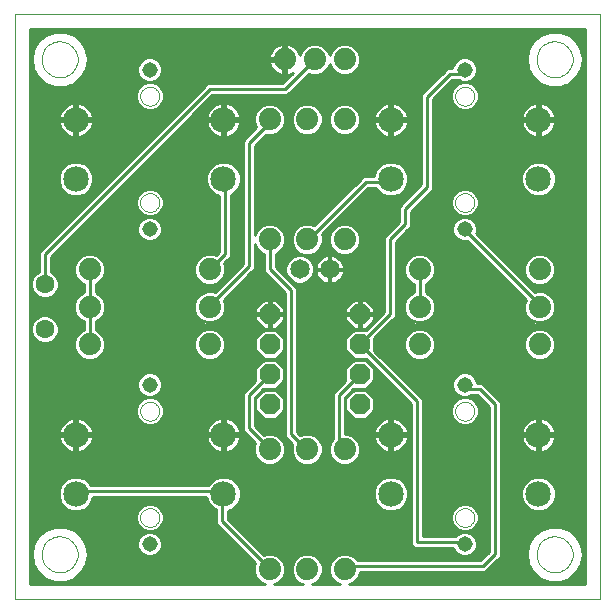
<source format=gtl>
G75*
G70*
%OFA0B0*%
%FSLAX24Y24*%
%IPPOS*%
%LPD*%
%AMOC8*
5,1,8,0,0,1.08239X$1,22.5*
%
%ADD10C,0.0000*%
%ADD11OC8,0.0680*%
%ADD12C,0.0650*%
%ADD13C,0.0740*%
%ADD14C,0.0850*%
%ADD15C,0.0515*%
%ADD16C,0.0630*%
%ADD17C,0.0100*%
D10*
X000000Y000000D02*
X000000Y019496D01*
X019500Y019496D01*
X019510Y000000D01*
X000000Y000000D01*
X000900Y001500D02*
X000902Y001549D01*
X000908Y001597D01*
X000918Y001645D01*
X000932Y001692D01*
X000949Y001738D01*
X000970Y001782D01*
X000995Y001824D01*
X001023Y001864D01*
X001055Y001902D01*
X001089Y001937D01*
X001126Y001969D01*
X001165Y001998D01*
X001207Y002024D01*
X001251Y002046D01*
X001296Y002064D01*
X001343Y002079D01*
X001390Y002090D01*
X001439Y002097D01*
X001488Y002100D01*
X001537Y002099D01*
X001585Y002094D01*
X001634Y002085D01*
X001681Y002072D01*
X001727Y002055D01*
X001771Y002035D01*
X001814Y002011D01*
X001855Y001984D01*
X001893Y001953D01*
X001929Y001920D01*
X001961Y001884D01*
X001991Y001845D01*
X002018Y001804D01*
X002041Y001760D01*
X002060Y001715D01*
X002076Y001669D01*
X002088Y001622D01*
X002096Y001573D01*
X002100Y001524D01*
X002100Y001476D01*
X002096Y001427D01*
X002088Y001378D01*
X002076Y001331D01*
X002060Y001285D01*
X002041Y001240D01*
X002018Y001196D01*
X001991Y001155D01*
X001961Y001116D01*
X001929Y001080D01*
X001893Y001047D01*
X001855Y001016D01*
X001814Y000989D01*
X001771Y000965D01*
X001727Y000945D01*
X001681Y000928D01*
X001634Y000915D01*
X001585Y000906D01*
X001537Y000901D01*
X001488Y000900D01*
X001439Y000903D01*
X001390Y000910D01*
X001343Y000921D01*
X001296Y000936D01*
X001251Y000954D01*
X001207Y000976D01*
X001165Y001002D01*
X001126Y001031D01*
X001089Y001063D01*
X001055Y001098D01*
X001023Y001136D01*
X000995Y001176D01*
X000970Y001218D01*
X000949Y001262D01*
X000932Y001308D01*
X000918Y001355D01*
X000908Y001403D01*
X000902Y001451D01*
X000900Y001500D01*
X004185Y002728D02*
X004187Y002763D01*
X004193Y002798D01*
X004203Y002832D01*
X004216Y002865D01*
X004233Y002896D01*
X004254Y002924D01*
X004277Y002951D01*
X004304Y002974D01*
X004332Y002995D01*
X004363Y003012D01*
X004396Y003025D01*
X004430Y003035D01*
X004465Y003041D01*
X004500Y003043D01*
X004535Y003041D01*
X004570Y003035D01*
X004604Y003025D01*
X004637Y003012D01*
X004668Y002995D01*
X004696Y002974D01*
X004723Y002951D01*
X004746Y002924D01*
X004767Y002896D01*
X004784Y002865D01*
X004797Y002832D01*
X004807Y002798D01*
X004813Y002763D01*
X004815Y002728D01*
X004813Y002693D01*
X004807Y002658D01*
X004797Y002624D01*
X004784Y002591D01*
X004767Y002560D01*
X004746Y002532D01*
X004723Y002505D01*
X004696Y002482D01*
X004668Y002461D01*
X004637Y002444D01*
X004604Y002431D01*
X004570Y002421D01*
X004535Y002415D01*
X004500Y002413D01*
X004465Y002415D01*
X004430Y002421D01*
X004396Y002431D01*
X004363Y002444D01*
X004332Y002461D01*
X004304Y002482D01*
X004277Y002505D01*
X004254Y002532D01*
X004233Y002560D01*
X004216Y002591D01*
X004203Y002624D01*
X004193Y002658D01*
X004187Y002693D01*
X004185Y002728D01*
X004185Y006272D02*
X004187Y006307D01*
X004193Y006342D01*
X004203Y006376D01*
X004216Y006409D01*
X004233Y006440D01*
X004254Y006468D01*
X004277Y006495D01*
X004304Y006518D01*
X004332Y006539D01*
X004363Y006556D01*
X004396Y006569D01*
X004430Y006579D01*
X004465Y006585D01*
X004500Y006587D01*
X004535Y006585D01*
X004570Y006579D01*
X004604Y006569D01*
X004637Y006556D01*
X004668Y006539D01*
X004696Y006518D01*
X004723Y006495D01*
X004746Y006468D01*
X004767Y006440D01*
X004784Y006409D01*
X004797Y006376D01*
X004807Y006342D01*
X004813Y006307D01*
X004815Y006272D01*
X004813Y006237D01*
X004807Y006202D01*
X004797Y006168D01*
X004784Y006135D01*
X004767Y006104D01*
X004746Y006076D01*
X004723Y006049D01*
X004696Y006026D01*
X004668Y006005D01*
X004637Y005988D01*
X004604Y005975D01*
X004570Y005965D01*
X004535Y005959D01*
X004500Y005957D01*
X004465Y005959D01*
X004430Y005965D01*
X004396Y005975D01*
X004363Y005988D01*
X004332Y006005D01*
X004304Y006026D01*
X004277Y006049D01*
X004254Y006076D01*
X004233Y006104D01*
X004216Y006135D01*
X004203Y006168D01*
X004193Y006202D01*
X004187Y006237D01*
X004185Y006272D01*
X004185Y013228D02*
X004187Y013263D01*
X004193Y013298D01*
X004203Y013332D01*
X004216Y013365D01*
X004233Y013396D01*
X004254Y013424D01*
X004277Y013451D01*
X004304Y013474D01*
X004332Y013495D01*
X004363Y013512D01*
X004396Y013525D01*
X004430Y013535D01*
X004465Y013541D01*
X004500Y013543D01*
X004535Y013541D01*
X004570Y013535D01*
X004604Y013525D01*
X004637Y013512D01*
X004668Y013495D01*
X004696Y013474D01*
X004723Y013451D01*
X004746Y013424D01*
X004767Y013396D01*
X004784Y013365D01*
X004797Y013332D01*
X004807Y013298D01*
X004813Y013263D01*
X004815Y013228D01*
X004813Y013193D01*
X004807Y013158D01*
X004797Y013124D01*
X004784Y013091D01*
X004767Y013060D01*
X004746Y013032D01*
X004723Y013005D01*
X004696Y012982D01*
X004668Y012961D01*
X004637Y012944D01*
X004604Y012931D01*
X004570Y012921D01*
X004535Y012915D01*
X004500Y012913D01*
X004465Y012915D01*
X004430Y012921D01*
X004396Y012931D01*
X004363Y012944D01*
X004332Y012961D01*
X004304Y012982D01*
X004277Y013005D01*
X004254Y013032D01*
X004233Y013060D01*
X004216Y013091D01*
X004203Y013124D01*
X004193Y013158D01*
X004187Y013193D01*
X004185Y013228D01*
X004185Y016772D02*
X004187Y016807D01*
X004193Y016842D01*
X004203Y016876D01*
X004216Y016909D01*
X004233Y016940D01*
X004254Y016968D01*
X004277Y016995D01*
X004304Y017018D01*
X004332Y017039D01*
X004363Y017056D01*
X004396Y017069D01*
X004430Y017079D01*
X004465Y017085D01*
X004500Y017087D01*
X004535Y017085D01*
X004570Y017079D01*
X004604Y017069D01*
X004637Y017056D01*
X004668Y017039D01*
X004696Y017018D01*
X004723Y016995D01*
X004746Y016968D01*
X004767Y016940D01*
X004784Y016909D01*
X004797Y016876D01*
X004807Y016842D01*
X004813Y016807D01*
X004815Y016772D01*
X004813Y016737D01*
X004807Y016702D01*
X004797Y016668D01*
X004784Y016635D01*
X004767Y016604D01*
X004746Y016576D01*
X004723Y016549D01*
X004696Y016526D01*
X004668Y016505D01*
X004637Y016488D01*
X004604Y016475D01*
X004570Y016465D01*
X004535Y016459D01*
X004500Y016457D01*
X004465Y016459D01*
X004430Y016465D01*
X004396Y016475D01*
X004363Y016488D01*
X004332Y016505D01*
X004304Y016526D01*
X004277Y016549D01*
X004254Y016576D01*
X004233Y016604D01*
X004216Y016635D01*
X004203Y016668D01*
X004193Y016702D01*
X004187Y016737D01*
X004185Y016772D01*
X000900Y018000D02*
X000902Y018049D01*
X000908Y018097D01*
X000918Y018145D01*
X000932Y018192D01*
X000949Y018238D01*
X000970Y018282D01*
X000995Y018324D01*
X001023Y018364D01*
X001055Y018402D01*
X001089Y018437D01*
X001126Y018469D01*
X001165Y018498D01*
X001207Y018524D01*
X001251Y018546D01*
X001296Y018564D01*
X001343Y018579D01*
X001390Y018590D01*
X001439Y018597D01*
X001488Y018600D01*
X001537Y018599D01*
X001585Y018594D01*
X001634Y018585D01*
X001681Y018572D01*
X001727Y018555D01*
X001771Y018535D01*
X001814Y018511D01*
X001855Y018484D01*
X001893Y018453D01*
X001929Y018420D01*
X001961Y018384D01*
X001991Y018345D01*
X002018Y018304D01*
X002041Y018260D01*
X002060Y018215D01*
X002076Y018169D01*
X002088Y018122D01*
X002096Y018073D01*
X002100Y018024D01*
X002100Y017976D01*
X002096Y017927D01*
X002088Y017878D01*
X002076Y017831D01*
X002060Y017785D01*
X002041Y017740D01*
X002018Y017696D01*
X001991Y017655D01*
X001961Y017616D01*
X001929Y017580D01*
X001893Y017547D01*
X001855Y017516D01*
X001814Y017489D01*
X001771Y017465D01*
X001727Y017445D01*
X001681Y017428D01*
X001634Y017415D01*
X001585Y017406D01*
X001537Y017401D01*
X001488Y017400D01*
X001439Y017403D01*
X001390Y017410D01*
X001343Y017421D01*
X001296Y017436D01*
X001251Y017454D01*
X001207Y017476D01*
X001165Y017502D01*
X001126Y017531D01*
X001089Y017563D01*
X001055Y017598D01*
X001023Y017636D01*
X000995Y017676D01*
X000970Y017718D01*
X000949Y017762D01*
X000932Y017808D01*
X000918Y017855D01*
X000908Y017903D01*
X000902Y017951D01*
X000900Y018000D01*
X014685Y016772D02*
X014687Y016807D01*
X014693Y016842D01*
X014703Y016876D01*
X014716Y016909D01*
X014733Y016940D01*
X014754Y016968D01*
X014777Y016995D01*
X014804Y017018D01*
X014832Y017039D01*
X014863Y017056D01*
X014896Y017069D01*
X014930Y017079D01*
X014965Y017085D01*
X015000Y017087D01*
X015035Y017085D01*
X015070Y017079D01*
X015104Y017069D01*
X015137Y017056D01*
X015168Y017039D01*
X015196Y017018D01*
X015223Y016995D01*
X015246Y016968D01*
X015267Y016940D01*
X015284Y016909D01*
X015297Y016876D01*
X015307Y016842D01*
X015313Y016807D01*
X015315Y016772D01*
X015313Y016737D01*
X015307Y016702D01*
X015297Y016668D01*
X015284Y016635D01*
X015267Y016604D01*
X015246Y016576D01*
X015223Y016549D01*
X015196Y016526D01*
X015168Y016505D01*
X015137Y016488D01*
X015104Y016475D01*
X015070Y016465D01*
X015035Y016459D01*
X015000Y016457D01*
X014965Y016459D01*
X014930Y016465D01*
X014896Y016475D01*
X014863Y016488D01*
X014832Y016505D01*
X014804Y016526D01*
X014777Y016549D01*
X014754Y016576D01*
X014733Y016604D01*
X014716Y016635D01*
X014703Y016668D01*
X014693Y016702D01*
X014687Y016737D01*
X014685Y016772D01*
X017400Y018000D02*
X017402Y018049D01*
X017408Y018097D01*
X017418Y018145D01*
X017432Y018192D01*
X017449Y018238D01*
X017470Y018282D01*
X017495Y018324D01*
X017523Y018364D01*
X017555Y018402D01*
X017589Y018437D01*
X017626Y018469D01*
X017665Y018498D01*
X017707Y018524D01*
X017751Y018546D01*
X017796Y018564D01*
X017843Y018579D01*
X017890Y018590D01*
X017939Y018597D01*
X017988Y018600D01*
X018037Y018599D01*
X018085Y018594D01*
X018134Y018585D01*
X018181Y018572D01*
X018227Y018555D01*
X018271Y018535D01*
X018314Y018511D01*
X018355Y018484D01*
X018393Y018453D01*
X018429Y018420D01*
X018461Y018384D01*
X018491Y018345D01*
X018518Y018304D01*
X018541Y018260D01*
X018560Y018215D01*
X018576Y018169D01*
X018588Y018122D01*
X018596Y018073D01*
X018600Y018024D01*
X018600Y017976D01*
X018596Y017927D01*
X018588Y017878D01*
X018576Y017831D01*
X018560Y017785D01*
X018541Y017740D01*
X018518Y017696D01*
X018491Y017655D01*
X018461Y017616D01*
X018429Y017580D01*
X018393Y017547D01*
X018355Y017516D01*
X018314Y017489D01*
X018271Y017465D01*
X018227Y017445D01*
X018181Y017428D01*
X018134Y017415D01*
X018085Y017406D01*
X018037Y017401D01*
X017988Y017400D01*
X017939Y017403D01*
X017890Y017410D01*
X017843Y017421D01*
X017796Y017436D01*
X017751Y017454D01*
X017707Y017476D01*
X017665Y017502D01*
X017626Y017531D01*
X017589Y017563D01*
X017555Y017598D01*
X017523Y017636D01*
X017495Y017676D01*
X017470Y017718D01*
X017449Y017762D01*
X017432Y017808D01*
X017418Y017855D01*
X017408Y017903D01*
X017402Y017951D01*
X017400Y018000D01*
X014685Y013228D02*
X014687Y013263D01*
X014693Y013298D01*
X014703Y013332D01*
X014716Y013365D01*
X014733Y013396D01*
X014754Y013424D01*
X014777Y013451D01*
X014804Y013474D01*
X014832Y013495D01*
X014863Y013512D01*
X014896Y013525D01*
X014930Y013535D01*
X014965Y013541D01*
X015000Y013543D01*
X015035Y013541D01*
X015070Y013535D01*
X015104Y013525D01*
X015137Y013512D01*
X015168Y013495D01*
X015196Y013474D01*
X015223Y013451D01*
X015246Y013424D01*
X015267Y013396D01*
X015284Y013365D01*
X015297Y013332D01*
X015307Y013298D01*
X015313Y013263D01*
X015315Y013228D01*
X015313Y013193D01*
X015307Y013158D01*
X015297Y013124D01*
X015284Y013091D01*
X015267Y013060D01*
X015246Y013032D01*
X015223Y013005D01*
X015196Y012982D01*
X015168Y012961D01*
X015137Y012944D01*
X015104Y012931D01*
X015070Y012921D01*
X015035Y012915D01*
X015000Y012913D01*
X014965Y012915D01*
X014930Y012921D01*
X014896Y012931D01*
X014863Y012944D01*
X014832Y012961D01*
X014804Y012982D01*
X014777Y013005D01*
X014754Y013032D01*
X014733Y013060D01*
X014716Y013091D01*
X014703Y013124D01*
X014693Y013158D01*
X014687Y013193D01*
X014685Y013228D01*
X014685Y006272D02*
X014687Y006307D01*
X014693Y006342D01*
X014703Y006376D01*
X014716Y006409D01*
X014733Y006440D01*
X014754Y006468D01*
X014777Y006495D01*
X014804Y006518D01*
X014832Y006539D01*
X014863Y006556D01*
X014896Y006569D01*
X014930Y006579D01*
X014965Y006585D01*
X015000Y006587D01*
X015035Y006585D01*
X015070Y006579D01*
X015104Y006569D01*
X015137Y006556D01*
X015168Y006539D01*
X015196Y006518D01*
X015223Y006495D01*
X015246Y006468D01*
X015267Y006440D01*
X015284Y006409D01*
X015297Y006376D01*
X015307Y006342D01*
X015313Y006307D01*
X015315Y006272D01*
X015313Y006237D01*
X015307Y006202D01*
X015297Y006168D01*
X015284Y006135D01*
X015267Y006104D01*
X015246Y006076D01*
X015223Y006049D01*
X015196Y006026D01*
X015168Y006005D01*
X015137Y005988D01*
X015104Y005975D01*
X015070Y005965D01*
X015035Y005959D01*
X015000Y005957D01*
X014965Y005959D01*
X014930Y005965D01*
X014896Y005975D01*
X014863Y005988D01*
X014832Y006005D01*
X014804Y006026D01*
X014777Y006049D01*
X014754Y006076D01*
X014733Y006104D01*
X014716Y006135D01*
X014703Y006168D01*
X014693Y006202D01*
X014687Y006237D01*
X014685Y006272D01*
X014685Y002728D02*
X014687Y002763D01*
X014693Y002798D01*
X014703Y002832D01*
X014716Y002865D01*
X014733Y002896D01*
X014754Y002924D01*
X014777Y002951D01*
X014804Y002974D01*
X014832Y002995D01*
X014863Y003012D01*
X014896Y003025D01*
X014930Y003035D01*
X014965Y003041D01*
X015000Y003043D01*
X015035Y003041D01*
X015070Y003035D01*
X015104Y003025D01*
X015137Y003012D01*
X015168Y002995D01*
X015196Y002974D01*
X015223Y002951D01*
X015246Y002924D01*
X015267Y002896D01*
X015284Y002865D01*
X015297Y002832D01*
X015307Y002798D01*
X015313Y002763D01*
X015315Y002728D01*
X015313Y002693D01*
X015307Y002658D01*
X015297Y002624D01*
X015284Y002591D01*
X015267Y002560D01*
X015246Y002532D01*
X015223Y002505D01*
X015196Y002482D01*
X015168Y002461D01*
X015137Y002444D01*
X015104Y002431D01*
X015070Y002421D01*
X015035Y002415D01*
X015000Y002413D01*
X014965Y002415D01*
X014930Y002421D01*
X014896Y002431D01*
X014863Y002444D01*
X014832Y002461D01*
X014804Y002482D01*
X014777Y002505D01*
X014754Y002532D01*
X014733Y002560D01*
X014716Y002591D01*
X014703Y002624D01*
X014693Y002658D01*
X014687Y002693D01*
X014685Y002728D01*
X017400Y001500D02*
X017402Y001549D01*
X017408Y001597D01*
X017418Y001645D01*
X017432Y001692D01*
X017449Y001738D01*
X017470Y001782D01*
X017495Y001824D01*
X017523Y001864D01*
X017555Y001902D01*
X017589Y001937D01*
X017626Y001969D01*
X017665Y001998D01*
X017707Y002024D01*
X017751Y002046D01*
X017796Y002064D01*
X017843Y002079D01*
X017890Y002090D01*
X017939Y002097D01*
X017988Y002100D01*
X018037Y002099D01*
X018085Y002094D01*
X018134Y002085D01*
X018181Y002072D01*
X018227Y002055D01*
X018271Y002035D01*
X018314Y002011D01*
X018355Y001984D01*
X018393Y001953D01*
X018429Y001920D01*
X018461Y001884D01*
X018491Y001845D01*
X018518Y001804D01*
X018541Y001760D01*
X018560Y001715D01*
X018576Y001669D01*
X018588Y001622D01*
X018596Y001573D01*
X018600Y001524D01*
X018600Y001476D01*
X018596Y001427D01*
X018588Y001378D01*
X018576Y001331D01*
X018560Y001285D01*
X018541Y001240D01*
X018518Y001196D01*
X018491Y001155D01*
X018461Y001116D01*
X018429Y001080D01*
X018393Y001047D01*
X018355Y001016D01*
X018314Y000989D01*
X018271Y000965D01*
X018227Y000945D01*
X018181Y000928D01*
X018134Y000915D01*
X018085Y000906D01*
X018037Y000901D01*
X017988Y000900D01*
X017939Y000903D01*
X017890Y000910D01*
X017843Y000921D01*
X017796Y000936D01*
X017751Y000954D01*
X017707Y000976D01*
X017665Y001002D01*
X017626Y001031D01*
X017589Y001063D01*
X017555Y001098D01*
X017523Y001136D01*
X017495Y001176D01*
X017470Y001218D01*
X017449Y001262D01*
X017432Y001308D01*
X017418Y001355D01*
X017408Y001403D01*
X017402Y001451D01*
X017400Y001500D01*
D11*
X011500Y006500D03*
X011500Y007500D03*
X011500Y008500D03*
X011500Y009500D03*
X008500Y009500D03*
X008500Y008500D03*
X008500Y007500D03*
X008500Y006500D03*
D12*
X009500Y011000D03*
X010500Y011000D03*
D13*
X011000Y012000D03*
X009750Y012000D03*
X008500Y012000D03*
X006500Y011000D03*
X006500Y009750D03*
X006500Y008500D03*
X008500Y005000D03*
X009750Y005000D03*
X011000Y005000D03*
X013500Y008500D03*
X013500Y009750D03*
X013500Y011000D03*
X017500Y011000D03*
X017500Y009750D03*
X017500Y008500D03*
X011000Y016000D03*
X009750Y016000D03*
X008500Y016000D03*
X009000Y018000D03*
X010000Y018000D03*
X011000Y018000D03*
X002500Y011000D03*
X002500Y009750D03*
X002500Y008500D03*
X008500Y001000D03*
X009750Y001000D03*
X011000Y001000D03*
D14*
X012539Y003516D03*
X012539Y005484D03*
X017461Y005484D03*
X017461Y003516D03*
X017461Y014016D03*
X017461Y015984D03*
X012539Y015984D03*
X012539Y014016D03*
X006961Y014016D03*
X006961Y015984D03*
X002039Y015984D03*
X002039Y014016D03*
X002039Y005484D03*
X002039Y003516D03*
X006961Y003516D03*
X006961Y005484D03*
D15*
X004500Y007157D03*
X004500Y012343D03*
X004500Y017657D03*
X015000Y017657D03*
X015000Y012343D03*
X015000Y007157D03*
X015000Y001843D03*
X004500Y001843D03*
D16*
X001000Y009000D03*
X001000Y010500D03*
D17*
X001000Y011500D01*
X006500Y017000D01*
X009000Y017000D01*
X010000Y018000D01*
X009802Y017519D02*
X009897Y017480D01*
X010103Y017480D01*
X010295Y017559D01*
X010441Y017705D01*
X010500Y017848D01*
X010559Y017705D01*
X010705Y017559D01*
X010897Y017480D01*
X011103Y017480D01*
X011295Y017559D01*
X011441Y017705D01*
X011520Y017897D01*
X011520Y018103D01*
X011441Y018295D01*
X011295Y018441D01*
X011103Y018520D01*
X010897Y018520D01*
X010705Y018441D01*
X010559Y018295D01*
X010500Y018152D01*
X010441Y018295D01*
X010295Y018441D01*
X010103Y018520D01*
X009897Y018520D01*
X009705Y018441D01*
X009559Y018295D01*
X009499Y018148D01*
X009482Y018200D01*
X009445Y018273D01*
X009397Y018339D01*
X009339Y018397D01*
X009273Y018445D01*
X009200Y018482D01*
X009122Y018507D01*
X009050Y018519D01*
X009050Y018050D01*
X008950Y018050D01*
X008950Y018519D01*
X008878Y018507D01*
X008800Y018482D01*
X008727Y018445D01*
X008661Y018397D01*
X008603Y018339D01*
X008555Y018273D01*
X008518Y018200D01*
X008493Y018122D01*
X008481Y018050D01*
X008950Y018050D01*
X008950Y017950D01*
X009050Y017950D01*
X009050Y017481D01*
X009122Y017493D01*
X009200Y017518D01*
X009272Y017555D01*
X008917Y017200D01*
X006417Y017200D01*
X006300Y017083D01*
X000800Y011583D01*
X000800Y010920D01*
X000737Y010894D01*
X000606Y010763D01*
X000535Y010592D01*
X000535Y010408D01*
X000606Y010237D01*
X000737Y010106D01*
X000908Y010035D01*
X001092Y010035D01*
X001263Y010106D01*
X001394Y010237D01*
X001465Y010408D01*
X001465Y010592D01*
X001394Y010763D01*
X001263Y010894D01*
X001200Y010920D01*
X001200Y011417D01*
X006583Y016800D01*
X009083Y016800D01*
X009802Y017519D01*
X009717Y017435D02*
X014152Y017435D01*
X014250Y017533D02*
X011231Y017533D01*
X011367Y017632D02*
X014349Y017632D01*
X014300Y017583D02*
X014417Y017700D01*
X014593Y017700D01*
X014593Y017739D01*
X014655Y017888D01*
X014769Y018003D01*
X014919Y018065D01*
X015081Y018065D01*
X015231Y018003D01*
X015345Y017888D01*
X015407Y017739D01*
X015407Y017576D01*
X015345Y017427D01*
X015231Y017312D01*
X015081Y017250D01*
X014919Y017250D01*
X014798Y017300D01*
X014583Y017300D01*
X013950Y016667D01*
X013950Y013667D01*
X013833Y013550D01*
X013200Y012917D01*
X013200Y012417D01*
X013083Y012300D01*
X012700Y011917D01*
X012700Y009417D01*
X012583Y009300D01*
X011988Y008705D01*
X011990Y008703D01*
X011990Y008297D01*
X011988Y008295D01*
X013600Y006683D01*
X013600Y002100D01*
X014681Y002100D01*
X014769Y002188D01*
X014919Y002250D01*
X015081Y002250D01*
X015231Y002188D01*
X015345Y002073D01*
X015407Y001924D01*
X015407Y001761D01*
X015345Y001612D01*
X015231Y001497D01*
X015081Y001435D01*
X014919Y001435D01*
X014769Y001497D01*
X014655Y001612D01*
X014618Y001700D01*
X013317Y001700D01*
X013200Y001817D01*
X013200Y006517D01*
X011705Y008012D01*
X011703Y008010D01*
X011297Y008010D01*
X011010Y008297D01*
X011010Y008703D01*
X011297Y008990D01*
X011703Y008990D01*
X011705Y008988D01*
X012300Y009583D01*
X012300Y012083D01*
X012800Y012583D01*
X012800Y013083D01*
X013550Y013833D01*
X013550Y016833D01*
X014300Y017583D01*
X014500Y017500D02*
X015000Y017500D01*
X015000Y017657D01*
X014693Y017927D02*
X011520Y017927D01*
X011520Y018026D02*
X014824Y018026D01*
X014630Y017829D02*
X011492Y017829D01*
X011451Y017730D02*
X014593Y017730D01*
X014500Y017500D02*
X013750Y016750D01*
X013750Y013750D01*
X013000Y013000D01*
X013000Y012500D01*
X012500Y012000D01*
X012500Y009500D01*
X011500Y008500D01*
X013400Y006600D01*
X013400Y001900D01*
X015000Y001900D01*
X015000Y001843D01*
X014690Y001576D02*
X008207Y001576D01*
X008302Y001481D02*
X007100Y002683D01*
X007100Y002951D01*
X007286Y003028D01*
X007448Y003190D01*
X007536Y003401D01*
X007536Y003630D01*
X007448Y003841D01*
X007286Y004003D01*
X007075Y004091D01*
X006846Y004091D01*
X006635Y004003D01*
X006473Y003841D01*
X006456Y003800D01*
X002544Y003800D01*
X002527Y003841D01*
X002365Y004003D01*
X002154Y004091D01*
X001925Y004091D01*
X001714Y004003D01*
X001552Y003841D01*
X001464Y003630D01*
X001464Y003401D01*
X001552Y003190D01*
X001714Y003028D01*
X001925Y002941D01*
X002154Y002941D01*
X002365Y003028D01*
X002527Y003190D01*
X002614Y003400D01*
X006386Y003400D01*
X006473Y003190D01*
X006635Y003028D01*
X006700Y003001D01*
X006700Y002517D01*
X006817Y002400D01*
X006817Y002400D01*
X008019Y001198D01*
X007980Y001103D01*
X007980Y000897D01*
X008059Y000705D01*
X008205Y000559D01*
X008348Y000500D01*
X000500Y000500D01*
X000500Y019000D01*
X019000Y019000D01*
X019000Y000500D01*
X011152Y000500D01*
X011295Y000559D01*
X011441Y000705D01*
X011520Y000897D01*
X011520Y000900D01*
X015683Y000900D01*
X016083Y001300D01*
X016200Y001417D01*
X016200Y006583D01*
X015700Y007083D01*
X015583Y007200D01*
X015407Y007200D01*
X015407Y007239D01*
X015345Y007388D01*
X015231Y007503D01*
X015081Y007565D01*
X014919Y007565D01*
X014769Y007503D01*
X014655Y007388D01*
X014593Y007239D01*
X014593Y007076D01*
X014655Y006927D01*
X014769Y006812D01*
X014919Y006750D01*
X015081Y006750D01*
X015202Y006800D01*
X015417Y006800D01*
X015800Y006417D01*
X015800Y001583D01*
X015517Y001300D01*
X011435Y001300D01*
X011295Y001441D01*
X011103Y001520D01*
X010897Y001520D01*
X010705Y001441D01*
X010559Y001295D01*
X010480Y001103D01*
X010480Y000897D01*
X010559Y000705D01*
X010705Y000559D01*
X010848Y000500D01*
X009902Y000500D01*
X010045Y000559D01*
X010191Y000705D01*
X010270Y000897D01*
X010270Y001103D01*
X010191Y001295D01*
X010045Y001441D01*
X009853Y001520D01*
X009647Y001520D01*
X009455Y001441D01*
X009309Y001295D01*
X009230Y001103D01*
X009230Y000897D01*
X009309Y000705D01*
X009455Y000559D01*
X009598Y000500D01*
X008652Y000500D01*
X008795Y000559D01*
X008941Y000705D01*
X009020Y000897D01*
X009020Y001103D01*
X008941Y001295D01*
X008795Y001441D01*
X008603Y001520D01*
X008397Y001520D01*
X008302Y001481D01*
X008108Y001675D02*
X014629Y001675D01*
X014816Y001478D02*
X011206Y001478D01*
X011356Y001379D02*
X015596Y001379D01*
X015695Y001478D02*
X015184Y001478D01*
X015310Y001576D02*
X015793Y001576D01*
X015800Y001675D02*
X015371Y001675D01*
X015407Y001773D02*
X015800Y001773D01*
X015800Y001872D02*
X015407Y001872D01*
X015388Y001970D02*
X015800Y001970D01*
X015800Y002069D02*
X015347Y002069D01*
X015252Y002167D02*
X015800Y002167D01*
X015800Y002266D02*
X015098Y002266D01*
X015092Y002263D02*
X015263Y002334D01*
X015394Y002465D01*
X015465Y002636D01*
X015465Y002821D01*
X015394Y002992D01*
X015263Y003123D01*
X015092Y003193D01*
X014908Y003193D01*
X014737Y003123D01*
X014606Y002992D01*
X014535Y002821D01*
X014535Y002636D01*
X014606Y002465D01*
X014737Y002334D01*
X014908Y002263D01*
X015092Y002263D01*
X014902Y002266D02*
X013600Y002266D01*
X013600Y002364D02*
X014707Y002364D01*
X014608Y002463D02*
X013600Y002463D01*
X013600Y002561D02*
X014566Y002561D01*
X014535Y002660D02*
X013600Y002660D01*
X013600Y002758D02*
X014535Y002758D01*
X014550Y002857D02*
X013600Y002857D01*
X013600Y002955D02*
X014591Y002955D01*
X014668Y003054D02*
X013600Y003054D01*
X013600Y003152D02*
X014808Y003152D01*
X015192Y003152D02*
X015800Y003152D01*
X015800Y003054D02*
X015332Y003054D01*
X015409Y002955D02*
X015800Y002955D01*
X015800Y002857D02*
X015450Y002857D01*
X015465Y002758D02*
X015800Y002758D01*
X015800Y002660D02*
X015465Y002660D01*
X015434Y002561D02*
X015800Y002561D01*
X015800Y002463D02*
X015392Y002463D01*
X015293Y002364D02*
X015800Y002364D01*
X016200Y002364D02*
X017684Y002364D01*
X017533Y002309D02*
X017533Y002309D01*
X017838Y002420D01*
X018162Y002420D01*
X018467Y002309D01*
X018467Y002309D01*
X018716Y002100D01*
X018878Y001820D01*
X018934Y001500D01*
X018934Y001500D01*
X018878Y001180D01*
X018878Y001180D01*
X018716Y000900D01*
X018716Y000900D01*
X018716Y000900D01*
X018467Y000691D01*
X018467Y000691D01*
X018162Y000580D01*
X017921Y000580D01*
X017838Y000580D01*
X017533Y000691D01*
X017533Y000691D01*
X017284Y000900D01*
X017284Y000900D01*
X017122Y001180D01*
X017122Y001180D01*
X017066Y001500D01*
X017066Y001500D01*
X017122Y001820D01*
X017122Y001820D01*
X017284Y002100D01*
X017284Y002100D01*
X017284Y002100D01*
X017533Y002309D01*
X017481Y002266D02*
X016200Y002266D01*
X016200Y002167D02*
X017364Y002167D01*
X017266Y002069D02*
X016200Y002069D01*
X016200Y001970D02*
X017209Y001970D01*
X017152Y001872D02*
X016200Y001872D01*
X016200Y001773D02*
X017114Y001773D01*
X017097Y001675D02*
X016200Y001675D01*
X016200Y001576D02*
X017079Y001576D01*
X017070Y001478D02*
X016200Y001478D01*
X016162Y001379D02*
X017087Y001379D01*
X017105Y001281D02*
X016063Y001281D01*
X015965Y001182D02*
X017122Y001182D01*
X017178Y001084D02*
X015866Y001084D01*
X015768Y000985D02*
X017235Y000985D01*
X017300Y000887D02*
X011516Y000887D01*
X011475Y000788D02*
X017417Y000788D01*
X017537Y000690D02*
X011425Y000690D01*
X011326Y000591D02*
X017808Y000591D01*
X018192Y000591D02*
X019000Y000591D01*
X019000Y000690D02*
X018463Y000690D01*
X018583Y000788D02*
X019000Y000788D01*
X019000Y000887D02*
X018700Y000887D01*
X018765Y000985D02*
X019000Y000985D01*
X019000Y001084D02*
X018822Y001084D01*
X018878Y001182D02*
X019000Y001182D01*
X019000Y001281D02*
X018895Y001281D01*
X018913Y001379D02*
X019000Y001379D01*
X019000Y001478D02*
X018930Y001478D01*
X018921Y001576D02*
X019000Y001576D01*
X019000Y001675D02*
X018903Y001675D01*
X018886Y001773D02*
X019000Y001773D01*
X019000Y001872D02*
X018848Y001872D01*
X018791Y001970D02*
X019000Y001970D01*
X019000Y002069D02*
X018734Y002069D01*
X018636Y002167D02*
X019000Y002167D01*
X019000Y002266D02*
X018519Y002266D01*
X018316Y002364D02*
X019000Y002364D01*
X019000Y002463D02*
X016200Y002463D01*
X016200Y002561D02*
X019000Y002561D01*
X019000Y002660D02*
X016200Y002660D01*
X016200Y002758D02*
X019000Y002758D01*
X019000Y002857D02*
X016200Y002857D01*
X016200Y002955D02*
X017312Y002955D01*
X017346Y002941D02*
X017575Y002941D01*
X017786Y003028D01*
X017948Y003190D01*
X018036Y003401D01*
X018036Y003630D01*
X017948Y003841D01*
X017786Y004003D01*
X017575Y004091D01*
X017346Y004091D01*
X017135Y004003D01*
X016973Y003841D01*
X016886Y003630D01*
X016886Y003401D01*
X016973Y003190D01*
X017135Y003028D01*
X017346Y002941D01*
X017110Y003054D02*
X016200Y003054D01*
X016200Y003152D02*
X017011Y003152D01*
X016948Y003251D02*
X016200Y003251D01*
X016200Y003349D02*
X016907Y003349D01*
X016886Y003448D02*
X016200Y003448D01*
X016200Y003546D02*
X016886Y003546D01*
X016892Y003645D02*
X016200Y003645D01*
X016200Y003743D02*
X016932Y003743D01*
X016973Y003842D02*
X016200Y003842D01*
X016200Y003940D02*
X017072Y003940D01*
X017220Y004039D02*
X016200Y004039D01*
X016200Y004137D02*
X019000Y004137D01*
X019000Y004039D02*
X017701Y004039D01*
X017850Y003940D02*
X019000Y003940D01*
X019000Y003842D02*
X017948Y003842D01*
X017989Y003743D02*
X019000Y003743D01*
X019000Y003645D02*
X018030Y003645D01*
X018036Y003546D02*
X019000Y003546D01*
X019000Y003448D02*
X018036Y003448D01*
X018014Y003349D02*
X019000Y003349D01*
X019000Y003251D02*
X017973Y003251D01*
X017910Y003152D02*
X019000Y003152D01*
X019000Y003054D02*
X017812Y003054D01*
X017609Y002955D02*
X019000Y002955D01*
X019000Y004236D02*
X016200Y004236D01*
X016200Y004334D02*
X019000Y004334D01*
X019000Y004433D02*
X016200Y004433D01*
X016200Y004531D02*
X019000Y004531D01*
X019000Y004630D02*
X016200Y004630D01*
X016200Y004728D02*
X019000Y004728D01*
X019000Y004827D02*
X016200Y004827D01*
X016200Y004925D02*
X017321Y004925D01*
X017326Y004923D02*
X017411Y004910D01*
X017411Y005434D01*
X017511Y005434D01*
X017511Y005534D01*
X018035Y005534D01*
X018021Y005619D01*
X017994Y005705D01*
X017952Y005786D01*
X017899Y005859D01*
X017835Y005923D01*
X017762Y005976D01*
X017681Y006017D01*
X017595Y006045D01*
X017511Y006058D01*
X017511Y005534D01*
X017411Y005534D01*
X017411Y006058D01*
X017326Y006045D01*
X017240Y006017D01*
X017159Y005976D01*
X017086Y005923D01*
X017022Y005859D01*
X016969Y005786D01*
X016928Y005705D01*
X016900Y005619D01*
X016886Y005534D01*
X017411Y005534D01*
X017411Y005434D01*
X016886Y005434D01*
X016900Y005350D01*
X016928Y005264D01*
X016969Y005183D01*
X017022Y005110D01*
X017086Y005046D01*
X017159Y004992D01*
X017240Y004951D01*
X017326Y004923D01*
X017411Y004925D02*
X017511Y004925D01*
X017511Y004910D02*
X017595Y004923D01*
X017681Y004951D01*
X017762Y004992D01*
X017835Y005046D01*
X017899Y005110D01*
X017952Y005183D01*
X017994Y005264D01*
X018021Y005350D01*
X018035Y005434D01*
X017511Y005434D01*
X017511Y004910D01*
X017600Y004925D02*
X019000Y004925D01*
X019000Y005024D02*
X017805Y005024D01*
X017908Y005122D02*
X019000Y005122D01*
X019000Y005221D02*
X017972Y005221D01*
X018012Y005319D02*
X019000Y005319D01*
X019000Y005418D02*
X018032Y005418D01*
X018022Y005615D02*
X019000Y005615D01*
X019000Y005713D02*
X017989Y005713D01*
X017934Y005812D02*
X019000Y005812D01*
X019000Y005910D02*
X017848Y005910D01*
X017698Y006009D02*
X019000Y006009D01*
X019000Y006107D02*
X016200Y006107D01*
X016200Y006009D02*
X017223Y006009D01*
X017073Y005910D02*
X016200Y005910D01*
X016200Y005812D02*
X016988Y005812D01*
X016932Y005713D02*
X016200Y005713D01*
X016200Y005615D02*
X016899Y005615D01*
X016889Y005418D02*
X016200Y005418D01*
X016200Y005516D02*
X017411Y005516D01*
X017411Y005418D02*
X017511Y005418D01*
X017511Y005516D02*
X019000Y005516D01*
X019000Y006206D02*
X016200Y006206D01*
X016200Y006304D02*
X019000Y006304D01*
X019000Y006403D02*
X016200Y006403D01*
X016200Y006501D02*
X019000Y006501D01*
X019000Y006600D02*
X016183Y006600D01*
X016085Y006698D02*
X019000Y006698D01*
X019000Y006797D02*
X015986Y006797D01*
X015888Y006895D02*
X019000Y006895D01*
X019000Y006994D02*
X015789Y006994D01*
X015691Y007092D02*
X019000Y007092D01*
X019000Y007191D02*
X015592Y007191D01*
X015500Y007000D02*
X015000Y007000D01*
X015000Y007157D01*
X015000Y007200D01*
X014654Y007388D02*
X012895Y007388D01*
X012797Y007486D02*
X014752Y007486D01*
X014613Y007289D02*
X012994Y007289D01*
X013092Y007191D02*
X014593Y007191D01*
X014593Y007092D02*
X013191Y007092D01*
X013289Y006994D02*
X014627Y006994D01*
X014686Y006895D02*
X013388Y006895D01*
X013486Y006797D02*
X014807Y006797D01*
X014814Y006698D02*
X013585Y006698D01*
X013600Y006600D02*
X014670Y006600D01*
X014606Y006535D02*
X014535Y006364D01*
X014535Y006179D01*
X014606Y006008D01*
X014737Y005877D01*
X014908Y005807D01*
X015092Y005807D01*
X015263Y005877D01*
X015394Y006008D01*
X015465Y006179D01*
X015465Y006364D01*
X015394Y006535D01*
X015263Y006666D01*
X015092Y006737D01*
X014908Y006737D01*
X014737Y006666D01*
X014606Y006535D01*
X014592Y006501D02*
X013600Y006501D01*
X013600Y006403D02*
X014551Y006403D01*
X014535Y006304D02*
X013600Y006304D01*
X013600Y006206D02*
X014535Y006206D01*
X014565Y006107D02*
X013600Y006107D01*
X013600Y006009D02*
X014606Y006009D01*
X014704Y005910D02*
X013600Y005910D01*
X013600Y005812D02*
X014896Y005812D01*
X015104Y005812D02*
X015800Y005812D01*
X015800Y005910D02*
X015296Y005910D01*
X015394Y006009D02*
X015800Y006009D01*
X015800Y006107D02*
X015435Y006107D01*
X015465Y006206D02*
X015800Y006206D01*
X015800Y006304D02*
X015465Y006304D01*
X015449Y006403D02*
X015800Y006403D01*
X015716Y006501D02*
X015408Y006501D01*
X015330Y006600D02*
X015618Y006600D01*
X015519Y006698D02*
X015186Y006698D01*
X015193Y006797D02*
X015421Y006797D01*
X015500Y007000D02*
X016000Y006500D01*
X016000Y001500D01*
X015600Y001100D01*
X011000Y001100D01*
X011000Y001000D01*
X010794Y001478D02*
X009956Y001478D01*
X010106Y001379D02*
X010644Y001379D01*
X010553Y001281D02*
X010197Y001281D01*
X010237Y001182D02*
X010513Y001182D01*
X010480Y001084D02*
X010270Y001084D01*
X010270Y000985D02*
X010480Y000985D01*
X010484Y000887D02*
X010266Y000887D01*
X010225Y000788D02*
X010525Y000788D01*
X010575Y000690D02*
X010175Y000690D01*
X010076Y000591D02*
X010674Y000591D01*
X009544Y001478D02*
X008706Y001478D01*
X008856Y001379D02*
X009394Y001379D01*
X009303Y001281D02*
X008947Y001281D01*
X008987Y001182D02*
X009263Y001182D01*
X009230Y001084D02*
X009020Y001084D01*
X009020Y000985D02*
X009230Y000985D01*
X009234Y000887D02*
X009016Y000887D01*
X008975Y000788D02*
X009275Y000788D01*
X009325Y000690D02*
X008925Y000690D01*
X008826Y000591D02*
X009424Y000591D01*
X008500Y001000D02*
X006900Y002600D01*
X006900Y003500D01*
X006961Y003516D01*
X006900Y003600D01*
X002100Y003600D01*
X002039Y003516D01*
X001511Y003743D02*
X000500Y003743D01*
X000500Y003645D02*
X001470Y003645D01*
X001464Y003546D02*
X000500Y003546D01*
X000500Y003448D02*
X001464Y003448D01*
X001486Y003349D02*
X000500Y003349D01*
X000500Y003251D02*
X001527Y003251D01*
X001590Y003152D02*
X000500Y003152D01*
X000500Y003054D02*
X001688Y003054D01*
X001891Y002955D02*
X000500Y002955D01*
X000500Y002857D02*
X004050Y002857D01*
X004035Y002821D02*
X004035Y002636D01*
X004106Y002465D01*
X004237Y002334D01*
X004408Y002263D01*
X004592Y002263D01*
X004763Y002334D01*
X004894Y002465D01*
X004965Y002636D01*
X004965Y002821D01*
X004894Y002992D01*
X004763Y003123D01*
X004592Y003193D01*
X004408Y003193D01*
X004237Y003123D01*
X004106Y002992D01*
X004035Y002821D01*
X004035Y002758D02*
X000500Y002758D01*
X000500Y002660D02*
X004035Y002660D01*
X004066Y002561D02*
X000500Y002561D01*
X000500Y002463D02*
X004108Y002463D01*
X004207Y002364D02*
X001816Y002364D01*
X001967Y002309D02*
X001662Y002420D01*
X001338Y002420D01*
X001033Y002309D01*
X001033Y002309D01*
X000784Y002100D01*
X000622Y001820D01*
X000622Y001820D01*
X000566Y001500D01*
X000622Y001180D01*
X000784Y000900D01*
X000784Y000900D01*
X001033Y000691D01*
X001338Y000580D01*
X001579Y000580D01*
X001662Y000580D01*
X001662Y000580D01*
X001967Y000691D01*
X001967Y000691D01*
X002216Y000900D01*
X002378Y001180D01*
X002378Y001180D01*
X002434Y001500D01*
X002378Y001820D01*
X002216Y002100D01*
X002216Y002100D01*
X001967Y002309D01*
X001967Y002309D01*
X002019Y002266D02*
X004402Y002266D01*
X004419Y002250D02*
X004269Y002188D01*
X004155Y002073D01*
X004093Y001924D01*
X004093Y001761D01*
X004155Y001612D01*
X004269Y001497D01*
X004419Y001435D01*
X004581Y001435D01*
X004731Y001497D01*
X004845Y001612D01*
X004907Y001761D01*
X004907Y001924D01*
X004845Y002073D01*
X004731Y002188D01*
X004581Y002250D01*
X004419Y002250D01*
X004598Y002266D02*
X006952Y002266D01*
X006853Y002364D02*
X004793Y002364D01*
X004892Y002463D02*
X006755Y002463D01*
X006700Y002561D02*
X004934Y002561D01*
X004965Y002660D02*
X006700Y002660D01*
X006700Y002758D02*
X004965Y002758D01*
X004950Y002857D02*
X006700Y002857D01*
X006700Y002955D02*
X004909Y002955D01*
X004832Y003054D02*
X006610Y003054D01*
X006511Y003152D02*
X004692Y003152D01*
X004308Y003152D02*
X002489Y003152D01*
X002552Y003251D02*
X006448Y003251D01*
X006407Y003349D02*
X002593Y003349D01*
X002390Y003054D02*
X004168Y003054D01*
X004091Y002955D02*
X002188Y002955D01*
X002136Y002167D02*
X004248Y002167D01*
X004153Y002069D02*
X002234Y002069D01*
X002291Y001970D02*
X004112Y001970D01*
X004093Y001872D02*
X002348Y001872D01*
X002378Y001820D02*
X002378Y001820D01*
X002386Y001773D02*
X004093Y001773D01*
X004129Y001675D02*
X002403Y001675D01*
X002421Y001576D02*
X004190Y001576D01*
X004316Y001478D02*
X002430Y001478D01*
X002434Y001500D02*
X002434Y001500D01*
X002413Y001379D02*
X007838Y001379D01*
X007740Y001478D02*
X004684Y001478D01*
X004810Y001576D02*
X007641Y001576D01*
X007543Y001675D02*
X004871Y001675D01*
X004907Y001773D02*
X007444Y001773D01*
X007346Y001872D02*
X004907Y001872D01*
X004888Y001970D02*
X007247Y001970D01*
X007149Y002069D02*
X004847Y002069D01*
X004752Y002167D02*
X007050Y002167D01*
X007320Y002463D02*
X013200Y002463D01*
X013200Y002561D02*
X007222Y002561D01*
X007123Y002660D02*
X013200Y002660D01*
X013200Y002758D02*
X007100Y002758D01*
X007100Y002857D02*
X013200Y002857D01*
X013200Y002955D02*
X012688Y002955D01*
X012654Y002941D02*
X012865Y003028D01*
X013027Y003190D01*
X013114Y003401D01*
X013114Y003630D01*
X013027Y003841D01*
X012865Y004003D01*
X012654Y004091D01*
X012425Y004091D01*
X012214Y004003D01*
X012052Y003841D01*
X011964Y003630D01*
X011964Y003401D01*
X012052Y003190D01*
X012214Y003028D01*
X012425Y002941D01*
X012654Y002941D01*
X012890Y003054D02*
X013200Y003054D01*
X013200Y003152D02*
X012989Y003152D01*
X013052Y003251D02*
X013200Y003251D01*
X013200Y003349D02*
X013093Y003349D01*
X013114Y003448D02*
X013200Y003448D01*
X013200Y003546D02*
X013114Y003546D01*
X013108Y003645D02*
X013200Y003645D01*
X013200Y003743D02*
X013068Y003743D01*
X013027Y003842D02*
X013200Y003842D01*
X013200Y003940D02*
X012928Y003940D01*
X012780Y004039D02*
X013200Y004039D01*
X013200Y004137D02*
X000500Y004137D01*
X000500Y004039D02*
X001799Y004039D01*
X001650Y003940D02*
X000500Y003940D01*
X000500Y003842D02*
X001552Y003842D01*
X002280Y004039D02*
X006720Y004039D01*
X006572Y003940D02*
X002428Y003940D01*
X002527Y003842D02*
X006473Y003842D01*
X007201Y004039D02*
X012299Y004039D01*
X012150Y003940D02*
X007350Y003940D01*
X007448Y003842D02*
X012052Y003842D01*
X012011Y003743D02*
X007489Y003743D01*
X007530Y003645D02*
X011970Y003645D01*
X011964Y003546D02*
X007536Y003546D01*
X007536Y003448D02*
X011964Y003448D01*
X011986Y003349D02*
X007514Y003349D01*
X007473Y003251D02*
X012027Y003251D01*
X012090Y003152D02*
X007410Y003152D01*
X007312Y003054D02*
X012188Y003054D01*
X012391Y002955D02*
X007109Y002955D01*
X007419Y002364D02*
X013200Y002364D01*
X013200Y002266D02*
X007517Y002266D01*
X007616Y002167D02*
X013200Y002167D01*
X013200Y002069D02*
X007714Y002069D01*
X007813Y001970D02*
X013200Y001970D01*
X013200Y001872D02*
X007911Y001872D01*
X008010Y001773D02*
X013244Y001773D01*
X013600Y002167D02*
X014748Y002167D01*
X015800Y003251D02*
X013600Y003251D01*
X013600Y003349D02*
X015800Y003349D01*
X015800Y003448D02*
X013600Y003448D01*
X013600Y003546D02*
X015800Y003546D01*
X015800Y003645D02*
X013600Y003645D01*
X013600Y003743D02*
X015800Y003743D01*
X015800Y003842D02*
X013600Y003842D01*
X013600Y003940D02*
X015800Y003940D01*
X015800Y004039D02*
X013600Y004039D01*
X013600Y004137D02*
X015800Y004137D01*
X015800Y004236D02*
X013600Y004236D01*
X013600Y004334D02*
X015800Y004334D01*
X015800Y004433D02*
X013600Y004433D01*
X013600Y004531D02*
X015800Y004531D01*
X015800Y004630D02*
X013600Y004630D01*
X013600Y004728D02*
X015800Y004728D01*
X015800Y004827D02*
X013600Y004827D01*
X013600Y004925D02*
X015800Y004925D01*
X015800Y005024D02*
X013600Y005024D01*
X013600Y005122D02*
X015800Y005122D01*
X015800Y005221D02*
X013600Y005221D01*
X013600Y005319D02*
X015800Y005319D01*
X015800Y005418D02*
X013600Y005418D01*
X013600Y005516D02*
X015800Y005516D01*
X015800Y005615D02*
X013600Y005615D01*
X013600Y005713D02*
X015800Y005713D01*
X016200Y005319D02*
X016910Y005319D01*
X016950Y005221D02*
X016200Y005221D01*
X016200Y005122D02*
X017013Y005122D01*
X017117Y005024D02*
X016200Y005024D01*
X017411Y005024D02*
X017511Y005024D01*
X017511Y005122D02*
X017411Y005122D01*
X017411Y005221D02*
X017511Y005221D01*
X017511Y005319D02*
X017411Y005319D01*
X017411Y005615D02*
X017511Y005615D01*
X017511Y005713D02*
X017411Y005713D01*
X017411Y005812D02*
X017511Y005812D01*
X017511Y005910D02*
X017411Y005910D01*
X017411Y006009D02*
X017511Y006009D01*
X019000Y007289D02*
X015387Y007289D01*
X015346Y007388D02*
X019000Y007388D01*
X019000Y007486D02*
X015248Y007486D01*
X013941Y008205D02*
X014020Y008397D01*
X014020Y008603D01*
X013941Y008795D01*
X013795Y008941D01*
X013603Y009020D01*
X013397Y009020D01*
X013205Y008941D01*
X013059Y008795D01*
X012980Y008603D01*
X012980Y008397D01*
X013059Y008205D01*
X013205Y008059D01*
X013397Y007980D01*
X013603Y007980D01*
X013795Y008059D01*
X013941Y008205D01*
X013911Y008176D02*
X017089Y008176D01*
X017059Y008205D02*
X017205Y008059D01*
X017397Y007980D01*
X017603Y007980D01*
X017795Y008059D01*
X017941Y008205D01*
X018020Y008397D01*
X018020Y008603D01*
X017941Y008795D01*
X017795Y008941D01*
X017603Y009020D01*
X017397Y009020D01*
X017205Y008941D01*
X017059Y008795D01*
X016980Y008603D01*
X016980Y008397D01*
X017059Y008205D01*
X017031Y008274D02*
X013969Y008274D01*
X014010Y008373D02*
X016990Y008373D01*
X016980Y008471D02*
X014020Y008471D01*
X014020Y008570D02*
X016980Y008570D01*
X017007Y008668D02*
X013993Y008668D01*
X013952Y008767D02*
X017048Y008767D01*
X017130Y008865D02*
X013870Y008865D01*
X013740Y008964D02*
X017260Y008964D01*
X017397Y009230D02*
X017603Y009230D01*
X017795Y009309D01*
X017941Y009455D01*
X018020Y009647D01*
X018020Y009853D01*
X017941Y010045D01*
X017795Y010191D01*
X017603Y010270D01*
X017397Y010270D01*
X017337Y010245D01*
X015382Y012201D01*
X015407Y012261D01*
X015407Y012424D01*
X015345Y012573D01*
X015231Y012688D01*
X015081Y012750D01*
X014919Y012750D01*
X014769Y012688D01*
X014655Y012573D01*
X014593Y012424D01*
X014593Y012261D01*
X014655Y012112D01*
X014769Y011997D01*
X014919Y011935D01*
X015081Y011935D01*
X015082Y011935D01*
X017034Y009983D01*
X016980Y009853D01*
X016980Y009647D01*
X017059Y009455D01*
X017205Y009309D01*
X017397Y009230D01*
X017326Y009259D02*
X013674Y009259D01*
X013603Y009230D02*
X013795Y009309D01*
X013941Y009455D01*
X014020Y009647D01*
X014020Y009853D01*
X013941Y010045D01*
X013795Y010191D01*
X013700Y010230D01*
X013700Y010520D01*
X013795Y010559D01*
X013941Y010705D01*
X014020Y010897D01*
X014020Y011103D01*
X013941Y011295D01*
X013795Y011441D01*
X013603Y011520D01*
X013397Y011520D01*
X013205Y011441D01*
X013059Y011295D01*
X012980Y011103D01*
X012980Y010897D01*
X013059Y010705D01*
X013205Y010559D01*
X013300Y010520D01*
X013300Y010230D01*
X013205Y010191D01*
X013059Y010045D01*
X012980Y009853D01*
X012980Y009647D01*
X013059Y009455D01*
X013205Y009309D01*
X013397Y009230D01*
X013603Y009230D01*
X013326Y009259D02*
X012542Y009259D01*
X012640Y009358D02*
X013157Y009358D01*
X013059Y009456D02*
X012700Y009456D01*
X012700Y009555D02*
X013018Y009555D01*
X012980Y009653D02*
X012700Y009653D01*
X012700Y009752D02*
X012980Y009752D01*
X012980Y009850D02*
X012700Y009850D01*
X012700Y009949D02*
X013019Y009949D01*
X013062Y010047D02*
X012700Y010047D01*
X012700Y010146D02*
X013160Y010146D01*
X013300Y010244D02*
X012700Y010244D01*
X012700Y010343D02*
X013300Y010343D01*
X013300Y010441D02*
X012700Y010441D01*
X012700Y010540D02*
X013253Y010540D01*
X013127Y010638D02*
X012700Y010638D01*
X012700Y010737D02*
X013046Y010737D01*
X013005Y010835D02*
X012700Y010835D01*
X012700Y010934D02*
X012980Y010934D01*
X012980Y011032D02*
X012700Y011032D01*
X012700Y011131D02*
X012991Y011131D01*
X013032Y011229D02*
X012700Y011229D01*
X012700Y011328D02*
X013092Y011328D01*
X013191Y011426D02*
X012700Y011426D01*
X012700Y011525D02*
X015493Y011525D01*
X015394Y011623D02*
X012700Y011623D01*
X012700Y011722D02*
X015296Y011722D01*
X015197Y011820D02*
X012700Y011820D01*
X012701Y011919D02*
X015099Y011919D01*
X015388Y012214D02*
X019000Y012214D01*
X019000Y012116D02*
X015467Y012116D01*
X015566Y012017D02*
X019000Y012017D01*
X019000Y011919D02*
X015664Y011919D01*
X015763Y011820D02*
X019000Y011820D01*
X019000Y011722D02*
X015861Y011722D01*
X015960Y011623D02*
X019000Y011623D01*
X019000Y011525D02*
X016058Y011525D01*
X016157Y011426D02*
X017191Y011426D01*
X017205Y011441D02*
X017059Y011295D01*
X016980Y011103D01*
X016980Y010897D01*
X017059Y010705D01*
X017205Y010559D01*
X017397Y010480D01*
X017603Y010480D01*
X017795Y010559D01*
X017941Y010705D01*
X018020Y010897D01*
X018020Y011103D01*
X017941Y011295D01*
X017795Y011441D01*
X017603Y011520D01*
X017397Y011520D01*
X017205Y011441D01*
X017092Y011328D02*
X016255Y011328D01*
X016354Y011229D02*
X017032Y011229D01*
X016991Y011131D02*
X016452Y011131D01*
X016551Y011032D02*
X016980Y011032D01*
X016980Y010934D02*
X016649Y010934D01*
X016748Y010835D02*
X017005Y010835D01*
X017046Y010737D02*
X016846Y010737D01*
X016945Y010638D02*
X017127Y010638D01*
X017043Y010540D02*
X017253Y010540D01*
X017142Y010441D02*
X019000Y010441D01*
X019000Y010343D02*
X017240Y010343D01*
X016970Y010047D02*
X013938Y010047D01*
X013981Y009949D02*
X017019Y009949D01*
X016980Y009850D02*
X014020Y009850D01*
X014020Y009752D02*
X016980Y009752D01*
X016980Y009653D02*
X014020Y009653D01*
X013982Y009555D02*
X017018Y009555D01*
X017059Y009456D02*
X013941Y009456D01*
X013843Y009358D02*
X017157Y009358D01*
X017500Y009750D02*
X017500Y009800D01*
X015000Y012300D01*
X015000Y012343D01*
X014689Y012608D02*
X013200Y012608D01*
X013200Y012510D02*
X014628Y012510D01*
X014593Y012411D02*
X013194Y012411D01*
X013095Y012313D02*
X014593Y012313D01*
X014612Y012214D02*
X012997Y012214D01*
X012898Y012116D02*
X014653Y012116D01*
X014749Y012017D02*
X012800Y012017D01*
X012530Y012313D02*
X011423Y012313D01*
X011441Y012295D02*
X011295Y012441D01*
X011103Y012520D01*
X010897Y012520D01*
X010705Y012441D01*
X010559Y012295D01*
X010480Y012103D01*
X010480Y011897D01*
X010559Y011705D01*
X010705Y011559D01*
X010897Y011480D01*
X011103Y011480D01*
X011295Y011559D01*
X011441Y011705D01*
X011520Y011897D01*
X011520Y012103D01*
X011441Y012295D01*
X011474Y012214D02*
X012431Y012214D01*
X012333Y012116D02*
X011515Y012116D01*
X011520Y012017D02*
X012300Y012017D01*
X012300Y011919D02*
X011520Y011919D01*
X011488Y011820D02*
X012300Y011820D01*
X012300Y011722D02*
X011447Y011722D01*
X011358Y011623D02*
X012300Y011623D01*
X012300Y011525D02*
X011211Y011525D01*
X010862Y011309D02*
X010809Y011362D01*
X010749Y011406D01*
X010682Y011440D01*
X010611Y011463D01*
X010537Y011475D01*
X010519Y011475D01*
X010519Y011019D01*
X010975Y011019D01*
X010975Y011037D01*
X010963Y011111D01*
X010940Y011182D01*
X010906Y011249D01*
X010862Y011309D01*
X010844Y011328D02*
X012300Y011328D01*
X012300Y011426D02*
X010710Y011426D01*
X010789Y011525D02*
X009961Y011525D01*
X010045Y011559D02*
X010191Y011705D01*
X010270Y011897D01*
X010270Y012103D01*
X010245Y012163D01*
X011783Y013700D01*
X012048Y013700D01*
X012052Y013690D01*
X012214Y013528D01*
X012425Y013441D01*
X012654Y013441D01*
X012865Y013528D01*
X013027Y013690D01*
X013114Y013901D01*
X013114Y014130D01*
X013027Y014341D01*
X012865Y014503D01*
X012654Y014591D01*
X012425Y014591D01*
X012214Y014503D01*
X012052Y014341D01*
X011964Y014130D01*
X011964Y014100D01*
X011617Y014100D01*
X011500Y013983D01*
X009983Y012466D01*
X009853Y012520D01*
X009647Y012520D01*
X009455Y012441D01*
X009309Y012295D01*
X009230Y012103D01*
X009230Y011897D01*
X009309Y011705D01*
X009455Y011559D01*
X009647Y011480D01*
X009853Y011480D01*
X010045Y011559D01*
X010108Y011623D02*
X010642Y011623D01*
X010553Y011722D02*
X010197Y011722D01*
X010238Y011820D02*
X010512Y011820D01*
X010480Y011919D02*
X010270Y011919D01*
X010270Y012017D02*
X010480Y012017D01*
X010485Y012116D02*
X010265Y012116D01*
X010297Y012214D02*
X010526Y012214D01*
X010577Y012313D02*
X010395Y012313D01*
X010494Y012411D02*
X010676Y012411D01*
X010592Y012510D02*
X010871Y012510D01*
X010691Y012608D02*
X012800Y012608D01*
X012800Y012707D02*
X010789Y012707D01*
X010888Y012805D02*
X012800Y012805D01*
X012800Y012904D02*
X010986Y012904D01*
X011085Y013002D02*
X012800Y013002D01*
X012818Y013101D02*
X011183Y013101D01*
X011282Y013199D02*
X012916Y013199D01*
X013015Y013298D02*
X011380Y013298D01*
X011479Y013396D02*
X013113Y013396D01*
X013212Y013495D02*
X012784Y013495D01*
X012930Y013593D02*
X013310Y013593D01*
X013409Y013692D02*
X013027Y013692D01*
X013068Y013790D02*
X013507Y013790D01*
X013550Y013889D02*
X013109Y013889D01*
X013114Y013987D02*
X013550Y013987D01*
X013550Y014086D02*
X013114Y014086D01*
X013092Y014184D02*
X013550Y014184D01*
X013550Y014283D02*
X013051Y014283D01*
X012987Y014381D02*
X013550Y014381D01*
X013550Y014480D02*
X012889Y014480D01*
X012684Y014578D02*
X013550Y014578D01*
X013550Y014677D02*
X008000Y014677D01*
X008000Y014775D02*
X013550Y014775D01*
X013550Y014874D02*
X008000Y014874D01*
X008000Y014972D02*
X013550Y014972D01*
X013550Y015071D02*
X008000Y015071D01*
X008000Y015117D02*
X008373Y015490D01*
X008397Y015480D01*
X008603Y015480D01*
X008795Y015559D01*
X008941Y015705D01*
X009020Y015897D01*
X009020Y016103D01*
X008941Y016295D01*
X008795Y016441D01*
X008603Y016520D01*
X008397Y016520D01*
X008205Y016441D01*
X008059Y016295D01*
X007980Y016103D01*
X007980Y015897D01*
X008048Y015731D01*
X007600Y015283D01*
X007600Y011183D01*
X006663Y010245D01*
X006603Y010270D01*
X006397Y010270D01*
X006205Y010191D01*
X006059Y010045D01*
X005980Y009853D01*
X005980Y009647D01*
X006059Y009455D01*
X006205Y009309D01*
X006397Y009230D01*
X006603Y009230D01*
X006795Y009309D01*
X006941Y009455D01*
X007020Y009647D01*
X007020Y009853D01*
X006966Y009983D01*
X007883Y010900D01*
X008000Y011017D01*
X008000Y011848D01*
X008059Y011705D01*
X008205Y011559D01*
X008300Y011520D01*
X008300Y010917D01*
X008417Y010800D01*
X009000Y010217D01*
X009000Y005417D01*
X009117Y005300D01*
X009255Y005163D01*
X009230Y005103D01*
X009230Y004897D01*
X009309Y004705D01*
X009455Y004559D01*
X009647Y004480D01*
X009853Y004480D01*
X010045Y004559D01*
X010191Y004705D01*
X010270Y004897D01*
X010270Y005103D01*
X010191Y005295D01*
X010045Y005441D01*
X009853Y005520D01*
X009647Y005520D01*
X009517Y005466D01*
X009400Y005583D01*
X009400Y010383D01*
X008700Y011083D01*
X008700Y011520D01*
X008795Y011559D01*
X008941Y011705D01*
X009020Y011897D01*
X009020Y012103D01*
X008941Y012295D01*
X008795Y012441D01*
X008603Y012520D01*
X008397Y012520D01*
X008205Y012441D01*
X008059Y012295D01*
X008000Y012152D01*
X008000Y015117D01*
X008052Y015169D02*
X013550Y015169D01*
X013550Y015268D02*
X008150Y015268D01*
X008249Y015366D02*
X013550Y015366D01*
X013550Y015465D02*
X012786Y015465D01*
X012760Y015451D02*
X012841Y015492D01*
X012914Y015546D01*
X012978Y015610D01*
X013031Y015683D01*
X013072Y015764D01*
X013100Y015850D01*
X013114Y015934D01*
X012589Y015934D01*
X012589Y015410D01*
X012674Y015423D01*
X012760Y015451D01*
X012589Y015465D02*
X012489Y015465D01*
X012489Y015410D02*
X012489Y015934D01*
X011965Y015934D01*
X011979Y015850D01*
X012006Y015764D01*
X012048Y015683D01*
X012101Y015610D01*
X012165Y015546D01*
X012238Y015492D01*
X012319Y015451D01*
X012405Y015423D01*
X012489Y015410D01*
X012489Y015563D02*
X012589Y015563D01*
X012589Y015662D02*
X012489Y015662D01*
X012489Y015760D02*
X012589Y015760D01*
X012589Y015859D02*
X012489Y015859D01*
X012489Y015934D02*
X012589Y015934D01*
X012589Y016034D01*
X012489Y016034D01*
X012489Y015934D01*
X012489Y015957D02*
X011520Y015957D01*
X011520Y015897D02*
X011441Y015705D01*
X011295Y015559D01*
X011103Y015480D01*
X010897Y015480D01*
X010705Y015559D01*
X010559Y015705D01*
X010480Y015897D01*
X010480Y016103D01*
X010559Y016295D01*
X010705Y016441D01*
X010897Y016520D01*
X011103Y016520D01*
X011295Y016441D01*
X011441Y016295D01*
X011520Y016103D01*
X011520Y015897D01*
X011504Y015859D02*
X011977Y015859D01*
X012008Y015760D02*
X011463Y015760D01*
X011397Y015662D02*
X012063Y015662D01*
X012147Y015563D02*
X011298Y015563D01*
X011520Y016056D02*
X011968Y016056D01*
X011965Y016034D02*
X012489Y016034D01*
X012489Y016558D01*
X012405Y016545D01*
X012319Y016517D01*
X012238Y016476D01*
X012165Y016423D01*
X012101Y016359D01*
X012048Y016286D01*
X012006Y016205D01*
X011979Y016119D01*
X011965Y016034D01*
X011990Y016154D02*
X011499Y016154D01*
X011458Y016253D02*
X012031Y016253D01*
X012095Y016351D02*
X011384Y016351D01*
X011274Y016450D02*
X012202Y016450D01*
X012423Y016548D02*
X007077Y016548D01*
X007095Y016545D02*
X007011Y016558D01*
X007011Y016034D01*
X007535Y016034D01*
X007521Y016119D01*
X007494Y016205D01*
X007452Y016286D01*
X007399Y016359D01*
X007335Y016423D01*
X007262Y016476D01*
X007181Y016517D01*
X007095Y016545D01*
X007011Y016548D02*
X006911Y016548D01*
X006911Y016558D02*
X006826Y016545D01*
X006740Y016517D01*
X006659Y016476D01*
X006586Y016423D01*
X006522Y016359D01*
X006469Y016286D01*
X006428Y016205D01*
X006400Y016119D01*
X006386Y016034D01*
X006911Y016034D01*
X006911Y016558D01*
X006845Y016548D02*
X006331Y016548D01*
X006429Y016647D02*
X013550Y016647D01*
X013550Y016745D02*
X006528Y016745D01*
X006623Y016450D02*
X006232Y016450D01*
X006134Y016351D02*
X006516Y016351D01*
X006452Y016253D02*
X006035Y016253D01*
X005937Y016154D02*
X006411Y016154D01*
X006390Y016056D02*
X005838Y016056D01*
X005740Y015957D02*
X006911Y015957D01*
X006911Y015934D02*
X006386Y015934D01*
X006400Y015850D01*
X006428Y015764D01*
X006469Y015683D01*
X006522Y015610D01*
X006586Y015546D01*
X006659Y015492D01*
X006740Y015451D01*
X006826Y015423D01*
X006911Y015410D01*
X006911Y015934D01*
X007011Y015934D01*
X007011Y016034D01*
X006911Y016034D01*
X006911Y015934D01*
X006911Y015859D02*
X007011Y015859D01*
X007011Y015934D02*
X007011Y015410D01*
X007095Y015423D01*
X007181Y015451D01*
X007262Y015492D01*
X007335Y015546D01*
X007399Y015610D01*
X007452Y015683D01*
X007494Y015764D01*
X007521Y015850D01*
X007535Y015934D01*
X007011Y015934D01*
X007011Y015957D02*
X007980Y015957D01*
X007980Y016056D02*
X007532Y016056D01*
X007510Y016154D02*
X008001Y016154D01*
X008042Y016253D02*
X007469Y016253D01*
X007405Y016351D02*
X008116Y016351D01*
X008226Y016450D02*
X007298Y016450D01*
X007011Y016450D02*
X006911Y016450D01*
X006911Y016351D02*
X007011Y016351D01*
X007011Y016253D02*
X006911Y016253D01*
X006911Y016154D02*
X007011Y016154D01*
X007011Y016056D02*
X006911Y016056D01*
X006911Y015760D02*
X007011Y015760D01*
X007011Y015662D02*
X006911Y015662D01*
X006911Y015563D02*
X007011Y015563D01*
X007011Y015465D02*
X006911Y015465D01*
X006714Y015465D02*
X005247Y015465D01*
X005346Y015563D02*
X006569Y015563D01*
X006484Y015662D02*
X005444Y015662D01*
X005543Y015760D02*
X006430Y015760D01*
X006398Y015859D02*
X005641Y015859D01*
X005371Y016154D02*
X002589Y016154D01*
X002600Y016119D02*
X002572Y016205D01*
X002531Y016286D01*
X002478Y016359D01*
X002414Y016423D01*
X002341Y016476D01*
X002260Y016517D01*
X002174Y016545D01*
X002089Y016558D01*
X002089Y016034D01*
X001989Y016034D01*
X001989Y015934D01*
X001465Y015934D01*
X001479Y015850D01*
X001506Y015764D01*
X001548Y015683D01*
X001601Y015610D01*
X001665Y015546D01*
X001738Y015492D01*
X001819Y015451D01*
X001905Y015423D01*
X001989Y015410D01*
X001989Y015934D01*
X002089Y015934D01*
X002089Y015410D01*
X002174Y015423D01*
X002260Y015451D01*
X002341Y015492D01*
X002414Y015546D01*
X002478Y015610D01*
X002531Y015683D01*
X002572Y015764D01*
X002600Y015850D01*
X002614Y015934D01*
X002089Y015934D01*
X002089Y016034D01*
X002614Y016034D01*
X002600Y016119D01*
X002610Y016056D02*
X005273Y016056D01*
X005174Y015957D02*
X002089Y015957D01*
X002089Y015859D02*
X001989Y015859D01*
X001989Y015957D02*
X000500Y015957D01*
X000500Y015859D02*
X001477Y015859D01*
X001508Y015760D02*
X000500Y015760D01*
X000500Y015662D02*
X001563Y015662D01*
X001647Y015563D02*
X000500Y015563D01*
X000500Y015465D02*
X001793Y015465D01*
X001989Y015465D02*
X002089Y015465D01*
X002089Y015563D02*
X001989Y015563D01*
X001989Y015662D02*
X002089Y015662D01*
X002089Y015760D02*
X001989Y015760D01*
X002286Y015465D02*
X004682Y015465D01*
X004780Y015563D02*
X002431Y015563D01*
X002516Y015662D02*
X004879Y015662D01*
X004977Y015760D02*
X002570Y015760D01*
X002602Y015859D02*
X005076Y015859D01*
X005470Y016253D02*
X002548Y016253D01*
X002484Y016351D02*
X004300Y016351D01*
X004237Y016377D02*
X004408Y016307D01*
X004592Y016307D01*
X004763Y016377D01*
X004894Y016508D01*
X004965Y016679D01*
X004965Y016864D01*
X004894Y017035D01*
X004763Y017166D01*
X004592Y017237D01*
X004408Y017237D01*
X004237Y017166D01*
X004106Y017035D01*
X004035Y016864D01*
X004035Y016679D01*
X004106Y016508D01*
X004237Y016377D01*
X004165Y016450D02*
X002377Y016450D01*
X002155Y016548D02*
X004089Y016548D01*
X004049Y016647D02*
X000500Y016647D01*
X000500Y016745D02*
X004035Y016745D01*
X004035Y016844D02*
X000500Y016844D01*
X000500Y016942D02*
X004067Y016942D01*
X004111Y017041D02*
X000500Y017041D01*
X000500Y017139D02*
X001176Y017139D01*
X001033Y017191D02*
X001338Y017080D01*
X001579Y017080D01*
X001662Y017080D01*
X001662Y017080D01*
X001967Y017191D01*
X001967Y017191D01*
X002216Y017400D01*
X002378Y017680D01*
X002378Y017680D01*
X002434Y018000D01*
X002378Y018320D01*
X002216Y018600D01*
X002216Y018600D01*
X001967Y018809D01*
X001662Y018920D01*
X001338Y018920D01*
X001033Y018809D01*
X001033Y018809D01*
X000784Y018600D01*
X000622Y018320D01*
X000622Y018320D01*
X000566Y018000D01*
X000622Y017680D01*
X000784Y017400D01*
X000784Y017400D01*
X001033Y017191D01*
X001033Y017191D01*
X000977Y017238D02*
X000500Y017238D01*
X000500Y017336D02*
X000860Y017336D01*
X000764Y017435D02*
X000500Y017435D01*
X000500Y017533D02*
X000707Y017533D01*
X000650Y017632D02*
X000500Y017632D01*
X000500Y017730D02*
X000613Y017730D01*
X000622Y017680D02*
X000622Y017680D01*
X000596Y017829D02*
X000500Y017829D01*
X000500Y017927D02*
X000579Y017927D01*
X000566Y018000D02*
X000566Y018000D01*
X000570Y018026D02*
X000500Y018026D01*
X000500Y018124D02*
X000588Y018124D01*
X000605Y018223D02*
X000500Y018223D01*
X000500Y018321D02*
X000623Y018321D01*
X000680Y018420D02*
X000500Y018420D01*
X000500Y018518D02*
X000737Y018518D01*
X000784Y018600D02*
X000784Y018600D01*
X000784Y018600D01*
X000804Y018617D02*
X000500Y018617D01*
X000500Y018715D02*
X000921Y018715D01*
X001045Y018814D02*
X000500Y018814D01*
X000500Y018912D02*
X001316Y018912D01*
X001684Y018912D02*
X017816Y018912D01*
X017838Y018920D02*
X017533Y018809D01*
X017533Y018809D01*
X017284Y018600D01*
X017122Y018320D01*
X017066Y018000D01*
X017122Y017680D01*
X017284Y017400D01*
X017284Y017400D01*
X017533Y017191D01*
X017838Y017080D01*
X017921Y017080D01*
X018162Y017080D01*
X018467Y017191D01*
X018467Y017191D01*
X018716Y017400D01*
X018878Y017680D01*
X018878Y017680D01*
X018934Y018000D01*
X018878Y018320D01*
X018716Y018600D01*
X018716Y018600D01*
X018467Y018809D01*
X018162Y018920D01*
X017838Y018920D01*
X018184Y018912D02*
X019000Y018912D01*
X019000Y018814D02*
X018455Y018814D01*
X018467Y018809D02*
X018467Y018809D01*
X018579Y018715D02*
X019000Y018715D01*
X019000Y018617D02*
X018696Y018617D01*
X018763Y018518D02*
X019000Y018518D01*
X019000Y018420D02*
X018820Y018420D01*
X018877Y018321D02*
X019000Y018321D01*
X019000Y018223D02*
X018895Y018223D01*
X018878Y018320D02*
X018878Y018320D01*
X018912Y018124D02*
X019000Y018124D01*
X019000Y018026D02*
X018930Y018026D01*
X018934Y018000D02*
X018934Y018000D01*
X018921Y017927D02*
X019000Y017927D01*
X019000Y017829D02*
X018904Y017829D01*
X018887Y017730D02*
X019000Y017730D01*
X019000Y017632D02*
X018850Y017632D01*
X018793Y017533D02*
X019000Y017533D01*
X019000Y017435D02*
X018736Y017435D01*
X018716Y017400D02*
X018716Y017400D01*
X018716Y017400D01*
X018640Y017336D02*
X019000Y017336D01*
X019000Y017238D02*
X018523Y017238D01*
X018324Y017139D02*
X019000Y017139D01*
X019000Y017041D02*
X015389Y017041D01*
X015394Y017035D02*
X015263Y017166D01*
X015092Y017237D01*
X014908Y017237D01*
X014737Y017166D01*
X014606Y017035D01*
X014535Y016864D01*
X014535Y016679D01*
X014606Y016508D01*
X014737Y016377D01*
X014908Y016307D01*
X015092Y016307D01*
X015263Y016377D01*
X015394Y016508D01*
X015465Y016679D01*
X015465Y016864D01*
X015394Y017035D01*
X015433Y016942D02*
X019000Y016942D01*
X019000Y016844D02*
X015465Y016844D01*
X015465Y016745D02*
X019000Y016745D01*
X019000Y016647D02*
X015451Y016647D01*
X015411Y016548D02*
X017345Y016548D01*
X017326Y016545D02*
X017240Y016517D01*
X017159Y016476D01*
X017086Y016423D01*
X017022Y016359D01*
X016969Y016286D01*
X016928Y016205D01*
X016900Y016119D01*
X016886Y016034D01*
X017411Y016034D01*
X017411Y016558D01*
X017326Y016545D01*
X017411Y016548D02*
X017511Y016548D01*
X017511Y016558D02*
X017595Y016545D01*
X017681Y016517D01*
X017762Y016476D01*
X017835Y016423D01*
X017899Y016359D01*
X017952Y016286D01*
X017994Y016205D01*
X018021Y016119D01*
X018035Y016034D01*
X017511Y016034D01*
X017511Y015934D01*
X018035Y015934D01*
X018021Y015850D01*
X017994Y015764D01*
X017952Y015683D01*
X017899Y015610D01*
X017835Y015546D01*
X017762Y015492D01*
X017681Y015451D01*
X017595Y015423D01*
X017511Y015410D01*
X017511Y015934D01*
X017411Y015934D01*
X017411Y015410D01*
X017326Y015423D01*
X017240Y015451D01*
X017159Y015492D01*
X017086Y015546D01*
X017022Y015610D01*
X016969Y015683D01*
X016928Y015764D01*
X016900Y015850D01*
X016886Y015934D01*
X017411Y015934D01*
X017411Y016034D01*
X017511Y016034D01*
X017511Y016558D01*
X017577Y016548D02*
X019000Y016548D01*
X019000Y016450D02*
X017798Y016450D01*
X017905Y016351D02*
X019000Y016351D01*
X019000Y016253D02*
X017969Y016253D01*
X018010Y016154D02*
X019000Y016154D01*
X019000Y016056D02*
X018032Y016056D01*
X018023Y015859D02*
X019000Y015859D01*
X019000Y015957D02*
X017511Y015957D01*
X017511Y015859D02*
X017411Y015859D01*
X017411Y015957D02*
X013950Y015957D01*
X013950Y015859D02*
X016898Y015859D01*
X016930Y015760D02*
X013950Y015760D01*
X013950Y015662D02*
X016984Y015662D01*
X017069Y015563D02*
X013950Y015563D01*
X013950Y015465D02*
X017214Y015465D01*
X017411Y015465D02*
X017511Y015465D01*
X017511Y015563D02*
X017411Y015563D01*
X017411Y015662D02*
X017511Y015662D01*
X017511Y015760D02*
X017411Y015760D01*
X017411Y016056D02*
X017511Y016056D01*
X017511Y016154D02*
X017411Y016154D01*
X017411Y016253D02*
X017511Y016253D01*
X017511Y016351D02*
X017411Y016351D01*
X017411Y016450D02*
X017511Y016450D01*
X017123Y016450D02*
X015335Y016450D01*
X015200Y016351D02*
X017016Y016351D01*
X016952Y016253D02*
X013950Y016253D01*
X013950Y016351D02*
X014800Y016351D01*
X014665Y016450D02*
X013950Y016450D01*
X013950Y016548D02*
X014589Y016548D01*
X014549Y016647D02*
X013950Y016647D01*
X014028Y016745D02*
X014535Y016745D01*
X014535Y016844D02*
X014126Y016844D01*
X014225Y016942D02*
X014567Y016942D01*
X014611Y017041D02*
X014323Y017041D01*
X014422Y017139D02*
X014710Y017139D01*
X014520Y017238D02*
X017477Y017238D01*
X017533Y017191D02*
X017533Y017191D01*
X017676Y017139D02*
X015290Y017139D01*
X015255Y017336D02*
X017360Y017336D01*
X017264Y017435D02*
X015349Y017435D01*
X015390Y017533D02*
X017207Y017533D01*
X017150Y017632D02*
X015407Y017632D01*
X015407Y017730D02*
X017113Y017730D01*
X017096Y017829D02*
X015370Y017829D01*
X015307Y017927D02*
X017079Y017927D01*
X017070Y018026D02*
X015176Y018026D01*
X014053Y017336D02*
X009619Y017336D01*
X009520Y017238D02*
X013955Y017238D01*
X013856Y017139D02*
X009422Y017139D01*
X009323Y017041D02*
X013758Y017041D01*
X013659Y016942D02*
X009225Y016942D01*
X009126Y016844D02*
X013561Y016844D01*
X013550Y016548D02*
X012655Y016548D01*
X012674Y016545D02*
X012589Y016558D01*
X012589Y016034D01*
X013114Y016034D01*
X013100Y016119D01*
X013072Y016205D01*
X013031Y016286D01*
X012978Y016359D01*
X012914Y016423D01*
X012841Y016476D01*
X012760Y016517D01*
X012674Y016545D01*
X012589Y016548D02*
X012489Y016548D01*
X012489Y016450D02*
X012589Y016450D01*
X012589Y016351D02*
X012489Y016351D01*
X012489Y016253D02*
X012589Y016253D01*
X012589Y016154D02*
X012489Y016154D01*
X012489Y016056D02*
X012589Y016056D01*
X012589Y015957D02*
X013550Y015957D01*
X013550Y015859D02*
X013102Y015859D01*
X013070Y015760D02*
X013550Y015760D01*
X013550Y015662D02*
X013016Y015662D01*
X012931Y015563D02*
X013550Y015563D01*
X013950Y015366D02*
X019000Y015366D01*
X019000Y015268D02*
X013950Y015268D01*
X013950Y015169D02*
X019000Y015169D01*
X019000Y015071D02*
X013950Y015071D01*
X013950Y014972D02*
X019000Y014972D01*
X019000Y014874D02*
X013950Y014874D01*
X013950Y014775D02*
X019000Y014775D01*
X019000Y014677D02*
X013950Y014677D01*
X013950Y014578D02*
X017316Y014578D01*
X017346Y014591D02*
X017135Y014503D01*
X016973Y014341D01*
X016886Y014130D01*
X016886Y013901D01*
X016973Y013690D01*
X017135Y013528D01*
X017346Y013441D01*
X017575Y013441D01*
X017786Y013528D01*
X017948Y013690D01*
X018036Y013901D01*
X018036Y014130D01*
X017948Y014341D01*
X017786Y014503D01*
X017575Y014591D01*
X017346Y014591D01*
X017111Y014480D02*
X013950Y014480D01*
X013950Y014381D02*
X017013Y014381D01*
X016949Y014283D02*
X013950Y014283D01*
X013950Y014184D02*
X016908Y014184D01*
X016886Y014086D02*
X013950Y014086D01*
X013950Y013987D02*
X016886Y013987D01*
X016891Y013889D02*
X013950Y013889D01*
X013950Y013790D02*
X016932Y013790D01*
X016973Y013692D02*
X015097Y013692D01*
X015092Y013693D02*
X014908Y013693D01*
X014737Y013623D01*
X014606Y013492D01*
X014535Y013321D01*
X014535Y013136D01*
X014606Y012965D01*
X014737Y012834D01*
X014908Y012763D01*
X015092Y012763D01*
X015263Y012834D01*
X015394Y012965D01*
X015465Y013136D01*
X015465Y013321D01*
X015394Y013492D01*
X015263Y013623D01*
X015092Y013693D01*
X014903Y013692D02*
X013950Y013692D01*
X013876Y013593D02*
X014707Y013593D01*
X014609Y013495D02*
X013777Y013495D01*
X013679Y013396D02*
X014566Y013396D01*
X014535Y013298D02*
X013580Y013298D01*
X013482Y013199D02*
X014535Y013199D01*
X014550Y013101D02*
X013383Y013101D01*
X013285Y013002D02*
X014590Y013002D01*
X014667Y012904D02*
X013200Y012904D01*
X013200Y012805D02*
X014807Y012805D01*
X014814Y012707D02*
X013200Y012707D01*
X012727Y012510D02*
X011129Y012510D01*
X011324Y012411D02*
X012628Y012411D01*
X012295Y013495D02*
X011577Y013495D01*
X011676Y013593D02*
X012149Y013593D01*
X012051Y013692D02*
X011774Y013692D01*
X011700Y013900D02*
X012500Y013900D01*
X012500Y014000D01*
X012539Y014016D01*
X012091Y014381D02*
X008000Y014381D01*
X008000Y014283D02*
X012028Y014283D01*
X011987Y014184D02*
X008000Y014184D01*
X008000Y014086D02*
X011603Y014086D01*
X011504Y013987D02*
X008000Y013987D01*
X008000Y013889D02*
X011406Y013889D01*
X011307Y013790D02*
X008000Y013790D01*
X008000Y013692D02*
X011209Y013692D01*
X011110Y013593D02*
X008000Y013593D01*
X008000Y013495D02*
X011012Y013495D01*
X010913Y013396D02*
X008000Y013396D01*
X008000Y013298D02*
X010815Y013298D01*
X010716Y013199D02*
X008000Y013199D01*
X008000Y013101D02*
X010618Y013101D01*
X010519Y013002D02*
X008000Y013002D01*
X008000Y012904D02*
X010421Y012904D01*
X010322Y012805D02*
X008000Y012805D01*
X008000Y012707D02*
X010224Y012707D01*
X010125Y012608D02*
X008000Y012608D01*
X008000Y012510D02*
X008371Y012510D01*
X008176Y012411D02*
X008000Y012411D01*
X008000Y012313D02*
X008077Y012313D01*
X008026Y012214D02*
X008000Y012214D01*
X008000Y011820D02*
X008012Y011820D01*
X008000Y011722D02*
X008053Y011722D01*
X008000Y011623D02*
X008142Y011623D01*
X008000Y011525D02*
X008289Y011525D01*
X008300Y011426D02*
X008000Y011426D01*
X008000Y011328D02*
X008300Y011328D01*
X008300Y011229D02*
X008000Y011229D01*
X008000Y011131D02*
X008300Y011131D01*
X008300Y011032D02*
X008000Y011032D01*
X007916Y010934D02*
X008300Y010934D01*
X008382Y010835D02*
X007818Y010835D01*
X007719Y010737D02*
X008481Y010737D01*
X008579Y010638D02*
X007621Y010638D01*
X007522Y010540D02*
X008678Y010540D01*
X008776Y010441D02*
X007424Y010441D01*
X007325Y010343D02*
X008875Y010343D01*
X008973Y010244D02*
X007227Y010244D01*
X007128Y010146D02*
X009000Y010146D01*
X009000Y010047D02*
X007030Y010047D01*
X006981Y009949D02*
X008256Y009949D01*
X008297Y009990D02*
X008010Y009703D01*
X008010Y009530D01*
X008470Y009530D01*
X008470Y009990D01*
X008297Y009990D01*
X008470Y009949D02*
X008530Y009949D01*
X008530Y009990D02*
X008530Y009530D01*
X008470Y009530D01*
X008470Y009470D01*
X008010Y009470D01*
X008010Y009297D01*
X008297Y009010D01*
X008470Y009010D01*
X008470Y009470D01*
X008530Y009470D01*
X008530Y009530D01*
X008990Y009530D01*
X008990Y009703D01*
X008703Y009990D01*
X008530Y009990D01*
X008530Y009850D02*
X008470Y009850D01*
X008470Y009752D02*
X008530Y009752D01*
X008530Y009653D02*
X008470Y009653D01*
X008470Y009555D02*
X008530Y009555D01*
X008530Y009470D02*
X008990Y009470D01*
X008990Y009297D01*
X008703Y009010D01*
X008530Y009010D01*
X008530Y009470D01*
X008530Y009456D02*
X008470Y009456D01*
X008470Y009358D02*
X008530Y009358D01*
X008530Y009259D02*
X008470Y009259D01*
X008470Y009161D02*
X008530Y009161D01*
X008530Y009062D02*
X008470Y009062D01*
X008297Y008990D02*
X008010Y008703D01*
X008010Y008297D01*
X008297Y008010D01*
X008703Y008010D01*
X008990Y008297D01*
X008990Y008703D01*
X008703Y008990D01*
X008297Y008990D01*
X008271Y008964D02*
X006740Y008964D01*
X006795Y008941D02*
X006603Y009020D01*
X006397Y009020D01*
X006205Y008941D01*
X006059Y008795D01*
X005980Y008603D01*
X005980Y008397D01*
X006059Y008205D01*
X006205Y008059D01*
X006397Y007980D01*
X006603Y007980D01*
X006795Y008059D01*
X006941Y008205D01*
X007020Y008397D01*
X007020Y008603D01*
X006941Y008795D01*
X006795Y008941D01*
X006870Y008865D02*
X008172Y008865D01*
X008074Y008767D02*
X006952Y008767D01*
X006993Y008668D02*
X008010Y008668D01*
X008010Y008570D02*
X007020Y008570D01*
X007020Y008471D02*
X008010Y008471D01*
X008010Y008373D02*
X007010Y008373D01*
X006969Y008274D02*
X008033Y008274D01*
X008132Y008176D02*
X006911Y008176D01*
X006812Y008077D02*
X008230Y008077D01*
X008297Y007990D02*
X008010Y007703D01*
X008010Y007297D01*
X008012Y007295D01*
X007600Y006883D01*
X007600Y005617D01*
X007717Y005500D01*
X008019Y005198D01*
X007980Y005103D01*
X007980Y004897D01*
X008059Y004705D01*
X008205Y004559D01*
X008397Y004480D01*
X008603Y004480D01*
X008795Y004559D01*
X008941Y004705D01*
X009020Y004897D01*
X009020Y005103D01*
X008941Y005295D01*
X008795Y005441D01*
X008603Y005520D01*
X008397Y005520D01*
X008302Y005481D01*
X008000Y005783D01*
X008000Y006717D01*
X008295Y007012D01*
X008297Y007010D01*
X008703Y007010D01*
X008990Y007297D01*
X008990Y007703D01*
X008703Y007990D01*
X008297Y007990D01*
X008286Y007979D02*
X000500Y007979D01*
X000500Y008077D02*
X002188Y008077D01*
X002205Y008059D02*
X002397Y007980D01*
X002603Y007980D01*
X002795Y008059D01*
X002941Y008205D01*
X003020Y008397D01*
X003020Y008603D01*
X002941Y008795D01*
X002795Y008941D01*
X002700Y008980D01*
X002700Y009270D01*
X002795Y009309D01*
X002941Y009455D01*
X003020Y009647D01*
X003020Y009853D01*
X002941Y010045D01*
X002795Y010191D01*
X002700Y010230D01*
X002700Y010520D01*
X002795Y010559D01*
X002941Y010705D01*
X003020Y010897D01*
X003020Y011103D01*
X002941Y011295D01*
X002795Y011441D01*
X002603Y011520D01*
X002397Y011520D01*
X002205Y011441D01*
X002059Y011295D01*
X001980Y011103D01*
X001980Y010897D01*
X002059Y010705D01*
X002205Y010559D01*
X002300Y010520D01*
X002300Y010230D01*
X002205Y010191D01*
X002059Y010045D01*
X001980Y009853D01*
X001980Y009647D01*
X002059Y009455D01*
X002205Y009309D01*
X002300Y009270D01*
X002300Y008980D01*
X002205Y008941D01*
X002059Y008795D01*
X001980Y008603D01*
X001980Y008397D01*
X002059Y008205D01*
X002205Y008059D01*
X002089Y008176D02*
X000500Y008176D01*
X000500Y008274D02*
X002031Y008274D01*
X001990Y008373D02*
X000500Y008373D01*
X000500Y008471D02*
X001980Y008471D01*
X001980Y008570D02*
X001176Y008570D01*
X001092Y008535D02*
X001263Y008606D01*
X001394Y008737D01*
X001465Y008908D01*
X001465Y009092D01*
X001394Y009263D01*
X001263Y009394D01*
X001092Y009465D01*
X000908Y009465D01*
X000737Y009394D01*
X000606Y009263D01*
X000535Y009092D01*
X000535Y008908D01*
X000606Y008737D01*
X000737Y008606D01*
X000908Y008535D01*
X001092Y008535D01*
X000824Y008570D02*
X000500Y008570D01*
X000500Y008668D02*
X000674Y008668D01*
X000593Y008767D02*
X000500Y008767D01*
X000500Y008865D02*
X000553Y008865D01*
X000535Y008964D02*
X000500Y008964D01*
X000500Y009062D02*
X000535Y009062D01*
X000563Y009161D02*
X000500Y009161D01*
X000500Y009259D02*
X000604Y009259D01*
X000700Y009358D02*
X000500Y009358D01*
X000500Y009456D02*
X000886Y009456D01*
X000500Y009555D02*
X002018Y009555D01*
X001980Y009653D02*
X000500Y009653D01*
X000500Y009752D02*
X001980Y009752D01*
X001980Y009850D02*
X000500Y009850D01*
X000500Y009949D02*
X002019Y009949D01*
X002062Y010047D02*
X001122Y010047D01*
X001303Y010146D02*
X002160Y010146D01*
X002300Y010244D02*
X001397Y010244D01*
X001438Y010343D02*
X002300Y010343D01*
X002300Y010441D02*
X001465Y010441D01*
X001465Y010540D02*
X002253Y010540D01*
X002127Y010638D02*
X001446Y010638D01*
X001405Y010737D02*
X002046Y010737D01*
X002005Y010835D02*
X001323Y010835D01*
X001200Y010934D02*
X001980Y010934D01*
X001980Y011032D02*
X001200Y011032D01*
X001200Y011131D02*
X001991Y011131D01*
X002032Y011229D02*
X001200Y011229D01*
X001200Y011328D02*
X002092Y011328D01*
X002191Y011426D02*
X001209Y011426D01*
X001307Y011525D02*
X006742Y011525D01*
X006698Y011481D02*
X006603Y011520D01*
X006397Y011520D01*
X006205Y011441D01*
X006059Y011295D01*
X005980Y011103D01*
X005980Y010897D01*
X006059Y010705D01*
X006205Y010559D01*
X006397Y010480D01*
X006603Y010480D01*
X006795Y010559D01*
X006941Y010705D01*
X007020Y010897D01*
X007020Y011103D01*
X006981Y011198D01*
X007083Y011300D01*
X007200Y011417D01*
X007200Y013493D01*
X007286Y013528D01*
X007448Y013690D01*
X007536Y013901D01*
X007536Y014130D01*
X007448Y014341D01*
X007286Y014503D01*
X007075Y014591D01*
X006846Y014591D01*
X006635Y014503D01*
X006473Y014341D01*
X006386Y014130D01*
X006386Y013901D01*
X006473Y013690D01*
X006635Y013528D01*
X006800Y013460D01*
X006800Y011583D01*
X006698Y011481D01*
X006800Y011623D02*
X001406Y011623D01*
X001504Y011722D02*
X006800Y011722D01*
X006800Y011820D02*
X001603Y011820D01*
X001701Y011919D02*
X006800Y011919D01*
X006800Y012017D02*
X004751Y012017D01*
X004731Y011997D02*
X004845Y012112D01*
X004907Y012261D01*
X004907Y012424D01*
X004845Y012573D01*
X004731Y012688D01*
X004581Y012750D01*
X004419Y012750D01*
X004269Y012688D01*
X004155Y012573D01*
X004093Y012424D01*
X004093Y012261D01*
X004155Y012112D01*
X004269Y011997D01*
X004419Y011935D01*
X004581Y011935D01*
X004731Y011997D01*
X004847Y012116D02*
X006800Y012116D01*
X006800Y012214D02*
X004888Y012214D01*
X004907Y012313D02*
X006800Y012313D01*
X006800Y012411D02*
X004907Y012411D01*
X004872Y012510D02*
X006800Y012510D01*
X006800Y012608D02*
X004811Y012608D01*
X004686Y012707D02*
X006800Y012707D01*
X006800Y012805D02*
X004693Y012805D01*
X004763Y012834D02*
X004894Y012965D01*
X004965Y013136D01*
X004965Y013321D01*
X004894Y013492D01*
X004763Y013623D01*
X004592Y013693D01*
X004408Y013693D01*
X004237Y013623D01*
X004106Y013492D01*
X004035Y013321D01*
X004035Y013136D01*
X004106Y012965D01*
X004237Y012834D01*
X004408Y012763D01*
X004592Y012763D01*
X004763Y012834D01*
X004833Y012904D02*
X006800Y012904D01*
X006800Y013002D02*
X004910Y013002D01*
X004950Y013101D02*
X006800Y013101D01*
X006800Y013199D02*
X004965Y013199D01*
X004965Y013298D02*
X006800Y013298D01*
X006800Y013396D02*
X004934Y013396D01*
X004891Y013495D02*
X006716Y013495D01*
X006570Y013593D02*
X004793Y013593D01*
X004597Y013692D02*
X006473Y013692D01*
X006432Y013790D02*
X003573Y013790D01*
X003671Y013889D02*
X006391Y013889D01*
X006386Y013987D02*
X003770Y013987D01*
X003868Y014086D02*
X006386Y014086D01*
X006408Y014184D02*
X003967Y014184D01*
X004065Y014283D02*
X006449Y014283D01*
X006513Y014381D02*
X004164Y014381D01*
X004262Y014480D02*
X006611Y014480D01*
X006816Y014578D02*
X004361Y014578D01*
X004459Y014677D02*
X007600Y014677D01*
X007600Y014775D02*
X004558Y014775D01*
X004656Y014874D02*
X007600Y014874D01*
X007600Y014972D02*
X004755Y014972D01*
X004853Y015071D02*
X007600Y015071D01*
X007600Y015169D02*
X004952Y015169D01*
X005050Y015268D02*
X007600Y015268D01*
X007683Y015366D02*
X005149Y015366D01*
X004583Y015366D02*
X000500Y015366D01*
X000500Y015268D02*
X004485Y015268D01*
X004386Y015169D02*
X000500Y015169D01*
X000500Y015071D02*
X004288Y015071D01*
X004189Y014972D02*
X000500Y014972D01*
X000500Y014874D02*
X004091Y014874D01*
X003992Y014775D02*
X000500Y014775D01*
X000500Y014677D02*
X003894Y014677D01*
X003795Y014578D02*
X002184Y014578D01*
X002154Y014591D02*
X001925Y014591D01*
X001714Y014503D01*
X001552Y014341D01*
X001464Y014130D01*
X001464Y013901D01*
X001552Y013690D01*
X001714Y013528D01*
X001925Y013441D01*
X002154Y013441D01*
X002365Y013528D01*
X002527Y013690D01*
X002614Y013901D01*
X002614Y014130D01*
X002527Y014341D01*
X002365Y014503D01*
X002154Y014591D01*
X002389Y014480D02*
X003697Y014480D01*
X003598Y014381D02*
X002487Y014381D01*
X002551Y014283D02*
X003500Y014283D01*
X003401Y014184D02*
X002592Y014184D01*
X002614Y014086D02*
X003303Y014086D01*
X003204Y013987D02*
X002614Y013987D01*
X002609Y013889D02*
X003106Y013889D01*
X003007Y013790D02*
X002568Y013790D01*
X002527Y013692D02*
X002909Y013692D01*
X002810Y013593D02*
X002430Y013593D01*
X002284Y013495D02*
X002712Y013495D01*
X002613Y013396D02*
X000500Y013396D01*
X000500Y013298D02*
X002515Y013298D01*
X002416Y013199D02*
X000500Y013199D01*
X000500Y013101D02*
X002318Y013101D01*
X002219Y013002D02*
X000500Y013002D01*
X000500Y012904D02*
X002121Y012904D01*
X002022Y012805D02*
X000500Y012805D01*
X000500Y012707D02*
X001924Y012707D01*
X001825Y012608D02*
X000500Y012608D01*
X000500Y012510D02*
X001727Y012510D01*
X001628Y012411D02*
X000500Y012411D01*
X000500Y012313D02*
X001530Y012313D01*
X001431Y012214D02*
X000500Y012214D01*
X000500Y012116D02*
X001333Y012116D01*
X001234Y012017D02*
X000500Y012017D01*
X000500Y011919D02*
X001136Y011919D01*
X001037Y011820D02*
X000500Y011820D01*
X000500Y011722D02*
X000939Y011722D01*
X000840Y011623D02*
X000500Y011623D01*
X000500Y011525D02*
X000800Y011525D01*
X000800Y011426D02*
X000500Y011426D01*
X000500Y011328D02*
X000800Y011328D01*
X000800Y011229D02*
X000500Y011229D01*
X000500Y011131D02*
X000800Y011131D01*
X000800Y011032D02*
X000500Y011032D01*
X000500Y010934D02*
X000800Y010934D01*
X000677Y010835D02*
X000500Y010835D01*
X000500Y010737D02*
X000595Y010737D01*
X000554Y010638D02*
X000500Y010638D01*
X000500Y010540D02*
X000535Y010540D01*
X000535Y010441D02*
X000500Y010441D01*
X000500Y010343D02*
X000562Y010343D01*
X000603Y010244D02*
X000500Y010244D01*
X000500Y010146D02*
X000697Y010146D01*
X000878Y010047D02*
X000500Y010047D01*
X001114Y009456D02*
X002059Y009456D01*
X002157Y009358D02*
X001300Y009358D01*
X001396Y009259D02*
X002300Y009259D01*
X002300Y009161D02*
X001437Y009161D01*
X001465Y009062D02*
X002300Y009062D01*
X002260Y008964D02*
X001465Y008964D01*
X001447Y008865D02*
X002130Y008865D01*
X002048Y008767D02*
X001407Y008767D01*
X001326Y008668D02*
X002007Y008668D01*
X002500Y008500D02*
X002500Y009750D01*
X002500Y011000D01*
X002873Y010638D02*
X006127Y010638D01*
X006046Y010737D02*
X002954Y010737D01*
X002995Y010835D02*
X006005Y010835D01*
X005980Y010934D02*
X003020Y010934D01*
X003020Y011032D02*
X005980Y011032D01*
X005991Y011131D02*
X003009Y011131D01*
X002968Y011229D02*
X006032Y011229D01*
X006092Y011328D02*
X002908Y011328D01*
X002809Y011426D02*
X006191Y011426D01*
X006500Y011000D02*
X007000Y011500D01*
X007000Y014000D01*
X006961Y014016D01*
X007351Y013593D02*
X007600Y013593D01*
X007600Y013495D02*
X007205Y013495D01*
X007200Y013396D02*
X007600Y013396D01*
X007600Y013298D02*
X007200Y013298D01*
X007200Y013199D02*
X007600Y013199D01*
X007600Y013101D02*
X007200Y013101D01*
X007200Y013002D02*
X007600Y013002D01*
X007600Y012904D02*
X007200Y012904D01*
X007200Y012805D02*
X007600Y012805D01*
X007600Y012707D02*
X007200Y012707D01*
X007200Y012608D02*
X007600Y012608D01*
X007600Y012510D02*
X007200Y012510D01*
X007200Y012411D02*
X007600Y012411D01*
X007600Y012313D02*
X007200Y012313D01*
X007200Y012214D02*
X007600Y012214D01*
X007600Y012116D02*
X007200Y012116D01*
X007200Y012017D02*
X007600Y012017D01*
X007600Y011919D02*
X007200Y011919D01*
X007200Y011820D02*
X007600Y011820D01*
X007600Y011722D02*
X007200Y011722D01*
X007200Y011623D02*
X007600Y011623D01*
X007600Y011525D02*
X007200Y011525D01*
X007200Y011426D02*
X007600Y011426D01*
X007600Y011328D02*
X007110Y011328D01*
X007012Y011229D02*
X007600Y011229D01*
X007548Y011131D02*
X007009Y011131D01*
X007020Y011032D02*
X007449Y011032D01*
X007351Y010934D02*
X007020Y010934D01*
X006995Y010835D02*
X007252Y010835D01*
X007154Y010737D02*
X006954Y010737D01*
X006873Y010638D02*
X007055Y010638D01*
X006957Y010540D02*
X006747Y010540D01*
X006858Y010441D02*
X002700Y010441D01*
X002700Y010343D02*
X006760Y010343D01*
X006334Y010244D02*
X002700Y010244D01*
X002840Y010146D02*
X006160Y010146D01*
X006062Y010047D02*
X002938Y010047D01*
X002981Y009949D02*
X006019Y009949D01*
X005980Y009850D02*
X003020Y009850D01*
X003020Y009752D02*
X005980Y009752D01*
X005980Y009653D02*
X003020Y009653D01*
X002982Y009555D02*
X006018Y009555D01*
X006059Y009456D02*
X002941Y009456D01*
X002843Y009358D02*
X006157Y009358D01*
X006326Y009259D02*
X002700Y009259D01*
X002700Y009161D02*
X008147Y009161D01*
X008245Y009062D02*
X002700Y009062D01*
X002740Y008964D02*
X006260Y008964D01*
X006130Y008865D02*
X002870Y008865D01*
X002952Y008767D02*
X006048Y008767D01*
X006007Y008668D02*
X002993Y008668D01*
X003020Y008570D02*
X005980Y008570D01*
X005980Y008471D02*
X003020Y008471D01*
X003010Y008373D02*
X005990Y008373D01*
X006031Y008274D02*
X002969Y008274D01*
X002911Y008176D02*
X006089Y008176D01*
X006188Y008077D02*
X002812Y008077D01*
X004155Y007388D02*
X004093Y007239D01*
X004093Y007076D01*
X004155Y006927D01*
X004269Y006812D01*
X004419Y006750D01*
X004581Y006750D01*
X004731Y006812D01*
X004845Y006927D01*
X004907Y007076D01*
X004907Y007239D01*
X004845Y007388D01*
X004731Y007503D01*
X004581Y007565D01*
X004419Y007565D01*
X004269Y007503D01*
X004155Y007388D01*
X004154Y007388D02*
X000500Y007388D01*
X000500Y007486D02*
X004252Y007486D01*
X004113Y007289D02*
X000500Y007289D01*
X000500Y007191D02*
X004093Y007191D01*
X004093Y007092D02*
X000500Y007092D01*
X000500Y006994D02*
X004127Y006994D01*
X004186Y006895D02*
X000500Y006895D01*
X000500Y006797D02*
X004307Y006797D01*
X004314Y006698D02*
X000500Y006698D01*
X000500Y006600D02*
X004170Y006600D01*
X004106Y006535D02*
X004035Y006364D01*
X004035Y006179D01*
X004106Y006008D01*
X004237Y005877D01*
X004408Y005807D01*
X004592Y005807D01*
X004763Y005877D01*
X004894Y006008D01*
X004965Y006179D01*
X004965Y006364D01*
X004894Y006535D01*
X004763Y006666D01*
X004592Y006737D01*
X004408Y006737D01*
X004237Y006666D01*
X004106Y006535D01*
X004092Y006501D02*
X000500Y006501D01*
X000500Y006403D02*
X004051Y006403D01*
X004035Y006304D02*
X000500Y006304D01*
X000500Y006206D02*
X004035Y006206D01*
X004065Y006107D02*
X000500Y006107D01*
X000500Y006009D02*
X001802Y006009D01*
X001819Y006017D02*
X001738Y005976D01*
X001665Y005923D01*
X001601Y005859D01*
X001548Y005786D01*
X001506Y005705D01*
X001479Y005619D01*
X001465Y005534D01*
X001989Y005534D01*
X001989Y005434D01*
X001465Y005434D01*
X001479Y005350D01*
X001506Y005264D01*
X001548Y005183D01*
X001601Y005110D01*
X001665Y005046D01*
X001738Y004992D01*
X001819Y004951D01*
X001905Y004923D01*
X001989Y004910D01*
X001989Y005434D01*
X002089Y005434D01*
X002089Y004910D01*
X002174Y004923D01*
X002260Y004951D01*
X002341Y004992D01*
X002414Y005046D01*
X002478Y005110D01*
X002531Y005183D01*
X002572Y005264D01*
X002600Y005350D01*
X002614Y005434D01*
X002089Y005434D01*
X002089Y005534D01*
X001989Y005534D01*
X001989Y006058D01*
X001905Y006045D01*
X001819Y006017D01*
X001989Y006009D02*
X002089Y006009D01*
X002089Y006058D02*
X002174Y006045D01*
X002260Y006017D01*
X002341Y005976D01*
X002414Y005923D01*
X002478Y005859D01*
X002531Y005786D01*
X002572Y005705D01*
X002600Y005619D01*
X002614Y005534D01*
X002089Y005534D01*
X002089Y006058D01*
X002089Y005910D02*
X001989Y005910D01*
X001989Y005812D02*
X002089Y005812D01*
X002089Y005713D02*
X001989Y005713D01*
X001989Y005615D02*
X002089Y005615D01*
X002089Y005516D02*
X006911Y005516D01*
X006911Y005534D02*
X006911Y005434D01*
X007011Y005434D01*
X007011Y005534D01*
X007535Y005534D01*
X007521Y005619D01*
X007494Y005705D01*
X007452Y005786D01*
X007399Y005859D01*
X007335Y005923D01*
X007262Y005976D01*
X007181Y006017D01*
X007095Y006045D01*
X007011Y006058D01*
X007011Y005534D01*
X006911Y005534D01*
X006911Y006058D01*
X006826Y006045D01*
X006740Y006017D01*
X006659Y005976D01*
X006586Y005923D01*
X006522Y005859D01*
X006469Y005786D01*
X006428Y005705D01*
X006400Y005619D01*
X006386Y005534D01*
X006911Y005534D01*
X006911Y005615D02*
X007011Y005615D01*
X007011Y005713D02*
X006911Y005713D01*
X006911Y005812D02*
X007011Y005812D01*
X007011Y005910D02*
X006911Y005910D01*
X006911Y006009D02*
X007011Y006009D01*
X007198Y006009D02*
X007600Y006009D01*
X007600Y006107D02*
X004935Y006107D01*
X004965Y006206D02*
X007600Y006206D01*
X007600Y006304D02*
X004965Y006304D01*
X004949Y006403D02*
X007600Y006403D01*
X007600Y006501D02*
X004908Y006501D01*
X004830Y006600D02*
X007600Y006600D01*
X007600Y006698D02*
X004686Y006698D01*
X004693Y006797D02*
X007600Y006797D01*
X007612Y006895D02*
X004814Y006895D01*
X004873Y006994D02*
X007711Y006994D01*
X007809Y007092D02*
X004907Y007092D01*
X004907Y007191D02*
X007908Y007191D01*
X008006Y007289D02*
X004887Y007289D01*
X004846Y007388D02*
X008010Y007388D01*
X008010Y007486D02*
X004748Y007486D01*
X004894Y006009D02*
X006723Y006009D01*
X006573Y005910D02*
X004796Y005910D01*
X004604Y005812D02*
X006488Y005812D01*
X006432Y005713D02*
X002568Y005713D01*
X002601Y005615D02*
X006399Y005615D01*
X006386Y005434D02*
X006400Y005350D01*
X006428Y005264D01*
X006469Y005183D01*
X006522Y005110D01*
X006586Y005046D01*
X006659Y004992D01*
X006740Y004951D01*
X006826Y004923D01*
X006911Y004910D01*
X006911Y005434D01*
X006386Y005434D01*
X006389Y005418D02*
X002611Y005418D01*
X002590Y005319D02*
X006410Y005319D01*
X006450Y005221D02*
X002550Y005221D01*
X002487Y005122D02*
X006513Y005122D01*
X006617Y005024D02*
X002383Y005024D01*
X002179Y004925D02*
X006821Y004925D01*
X006911Y004925D02*
X007011Y004925D01*
X007011Y004910D02*
X007095Y004923D01*
X007181Y004951D01*
X007262Y004992D01*
X007335Y005046D01*
X007399Y005110D01*
X007452Y005183D01*
X007494Y005264D01*
X007521Y005350D01*
X007535Y005434D01*
X007011Y005434D01*
X007011Y004910D01*
X007100Y004925D02*
X007980Y004925D01*
X007980Y005024D02*
X007305Y005024D01*
X007408Y005122D02*
X007988Y005122D01*
X007997Y005221D02*
X007472Y005221D01*
X007512Y005319D02*
X007898Y005319D01*
X007800Y005418D02*
X007532Y005418D01*
X007701Y005516D02*
X007011Y005516D01*
X007011Y005418D02*
X006911Y005418D01*
X006911Y005319D02*
X007011Y005319D01*
X007011Y005221D02*
X006911Y005221D01*
X006911Y005122D02*
X007011Y005122D01*
X007011Y005024D02*
X006911Y005024D01*
X007522Y005615D02*
X007603Y005615D01*
X007600Y005713D02*
X007489Y005713D01*
X007434Y005812D02*
X007600Y005812D01*
X007600Y005910D02*
X007348Y005910D01*
X007800Y005700D02*
X007800Y006800D01*
X008500Y007500D01*
X008990Y007486D02*
X009000Y007486D01*
X008990Y007388D02*
X009000Y007388D01*
X009000Y007289D02*
X008982Y007289D01*
X009000Y007191D02*
X008883Y007191D01*
X008785Y007092D02*
X009000Y007092D01*
X009000Y006994D02*
X008276Y006994D01*
X008297Y006990D02*
X008010Y006703D01*
X008010Y006297D01*
X008297Y006010D01*
X008703Y006010D01*
X008990Y006297D01*
X008990Y006703D01*
X008703Y006990D01*
X008297Y006990D01*
X008202Y006895D02*
X008178Y006895D01*
X008104Y006797D02*
X008079Y006797D01*
X008010Y006698D02*
X008000Y006698D01*
X008000Y006600D02*
X008010Y006600D01*
X008000Y006501D02*
X008010Y006501D01*
X008000Y006403D02*
X008010Y006403D01*
X008000Y006304D02*
X008010Y006304D01*
X008000Y006206D02*
X008102Y006206D01*
X008200Y006107D02*
X008000Y006107D01*
X008000Y006009D02*
X009000Y006009D01*
X009000Y006107D02*
X008800Y006107D01*
X008898Y006206D02*
X009000Y006206D01*
X008990Y006304D02*
X009000Y006304D01*
X008990Y006403D02*
X009000Y006403D01*
X008990Y006501D02*
X009000Y006501D01*
X008990Y006600D02*
X009000Y006600D01*
X008990Y006698D02*
X009000Y006698D01*
X009000Y006797D02*
X008896Y006797D01*
X008798Y006895D02*
X009000Y006895D01*
X009400Y006895D02*
X010612Y006895D01*
X010600Y006883D02*
X010600Y005335D01*
X010559Y005295D01*
X010480Y005103D01*
X010480Y004897D01*
X010559Y004705D01*
X010705Y004559D01*
X010897Y004480D01*
X011103Y004480D01*
X011295Y004559D01*
X011441Y004705D01*
X011520Y004897D01*
X011520Y005103D01*
X011441Y005295D01*
X011295Y005441D01*
X011103Y005520D01*
X011000Y005520D01*
X011000Y006717D01*
X011295Y007012D01*
X011297Y007010D01*
X011703Y007010D01*
X011990Y007297D01*
X011990Y007703D01*
X011703Y007990D01*
X011297Y007990D01*
X011010Y007703D01*
X011010Y007297D01*
X011012Y007295D01*
X010600Y006883D01*
X010600Y006797D02*
X009400Y006797D01*
X009400Y006698D02*
X010600Y006698D01*
X010600Y006600D02*
X009400Y006600D01*
X009400Y006501D02*
X010600Y006501D01*
X010600Y006403D02*
X009400Y006403D01*
X009400Y006304D02*
X010600Y006304D01*
X010600Y006206D02*
X009400Y006206D01*
X009400Y006107D02*
X010600Y006107D01*
X010600Y006009D02*
X009400Y006009D01*
X009400Y005910D02*
X010600Y005910D01*
X010600Y005812D02*
X009400Y005812D01*
X009400Y005713D02*
X010600Y005713D01*
X010600Y005615D02*
X009400Y005615D01*
X009467Y005516D02*
X009637Y005516D01*
X009863Y005516D02*
X010600Y005516D01*
X010600Y005418D02*
X010068Y005418D01*
X010166Y005319D02*
X010584Y005319D01*
X010528Y005221D02*
X010222Y005221D01*
X010262Y005122D02*
X010488Y005122D01*
X010480Y005024D02*
X010270Y005024D01*
X010270Y004925D02*
X010480Y004925D01*
X010509Y004827D02*
X010241Y004827D01*
X010200Y004728D02*
X010550Y004728D01*
X010635Y004630D02*
X010115Y004630D01*
X009977Y004531D02*
X010773Y004531D01*
X011227Y004531D02*
X013200Y004531D01*
X013200Y004433D02*
X000500Y004433D01*
X000500Y004531D02*
X008273Y004531D01*
X008135Y004630D02*
X000500Y004630D01*
X000500Y004728D02*
X008050Y004728D01*
X008009Y004827D02*
X000500Y004827D01*
X000500Y004925D02*
X001900Y004925D01*
X001989Y004925D02*
X002089Y004925D01*
X002089Y005024D02*
X001989Y005024D01*
X001989Y005122D02*
X002089Y005122D01*
X002089Y005221D02*
X001989Y005221D01*
X001989Y005319D02*
X002089Y005319D01*
X002089Y005418D02*
X001989Y005418D01*
X001989Y005516D02*
X000500Y005516D01*
X000500Y005418D02*
X001468Y005418D01*
X001488Y005319D02*
X000500Y005319D01*
X000500Y005221D02*
X001528Y005221D01*
X001592Y005122D02*
X000500Y005122D01*
X000500Y005024D02*
X001695Y005024D01*
X001478Y005615D02*
X000500Y005615D01*
X000500Y005713D02*
X001511Y005713D01*
X001566Y005812D02*
X000500Y005812D01*
X000500Y005910D02*
X001652Y005910D01*
X002277Y006009D02*
X004106Y006009D01*
X004204Y005910D02*
X002427Y005910D01*
X002512Y005812D02*
X004396Y005812D01*
X007800Y005700D02*
X008500Y005000D01*
X008865Y004630D02*
X009385Y004630D01*
X009300Y004728D02*
X008950Y004728D01*
X008991Y004827D02*
X009259Y004827D01*
X009230Y004925D02*
X009020Y004925D01*
X009020Y005024D02*
X009230Y005024D01*
X009238Y005122D02*
X009012Y005122D01*
X008972Y005221D02*
X009197Y005221D01*
X009098Y005319D02*
X008916Y005319D01*
X009000Y005418D02*
X008818Y005418D01*
X009000Y005516D02*
X008613Y005516D01*
X008387Y005516D02*
X008267Y005516D01*
X008168Y005615D02*
X009000Y005615D01*
X009000Y005713D02*
X008070Y005713D01*
X008000Y005812D02*
X009000Y005812D01*
X009000Y005910D02*
X008000Y005910D01*
X009200Y005500D02*
X009200Y010300D01*
X008500Y011000D01*
X008500Y012000D01*
X008711Y011525D02*
X009539Y011525D01*
X009594Y011475D02*
X009406Y011475D01*
X009231Y011403D01*
X009097Y011269D01*
X009025Y011094D01*
X009025Y010906D01*
X009097Y010731D01*
X009231Y010597D01*
X009406Y010525D01*
X009594Y010525D01*
X009769Y010597D01*
X009903Y010731D01*
X009975Y010906D01*
X009975Y011094D01*
X009903Y011269D01*
X009769Y011403D01*
X009594Y011475D01*
X009713Y011426D02*
X010290Y011426D01*
X010318Y011440D02*
X010251Y011406D01*
X010191Y011362D01*
X010138Y011309D01*
X010094Y011249D01*
X010060Y011182D01*
X010037Y011111D01*
X010025Y011037D01*
X010025Y011019D01*
X010481Y011019D01*
X010481Y011475D01*
X010463Y011475D01*
X010389Y011463D01*
X010318Y011440D01*
X010481Y011426D02*
X010519Y011426D01*
X010519Y011328D02*
X010481Y011328D01*
X010481Y011229D02*
X010519Y011229D01*
X010519Y011131D02*
X010481Y011131D01*
X010481Y011032D02*
X010519Y011032D01*
X010519Y011019D02*
X010481Y011019D01*
X010481Y010981D01*
X010519Y010981D01*
X010519Y011019D01*
X010519Y010981D02*
X010975Y010981D01*
X010975Y010963D01*
X010963Y010889D01*
X010940Y010818D01*
X010906Y010751D01*
X010862Y010691D01*
X010809Y010638D01*
X010749Y010594D01*
X010682Y010560D01*
X010611Y010537D01*
X010537Y010525D01*
X010519Y010525D01*
X010519Y010981D01*
X010481Y010981D02*
X010481Y010525D01*
X010463Y010525D01*
X010389Y010537D01*
X010318Y010560D01*
X010251Y010594D01*
X010191Y010638D01*
X010138Y010691D01*
X010094Y010751D01*
X010060Y010818D01*
X010037Y010889D01*
X010025Y010963D01*
X010025Y010981D01*
X010481Y010981D01*
X010481Y010934D02*
X010519Y010934D01*
X010519Y010835D02*
X010481Y010835D01*
X010481Y010737D02*
X010519Y010737D01*
X010519Y010638D02*
X010481Y010638D01*
X010481Y010540D02*
X010519Y010540D01*
X010620Y010540D02*
X012300Y010540D01*
X012300Y010638D02*
X010810Y010638D01*
X010896Y010737D02*
X012300Y010737D01*
X012300Y010835D02*
X010946Y010835D01*
X010970Y010934D02*
X012300Y010934D01*
X012300Y011032D02*
X010975Y011032D01*
X010957Y011131D02*
X012300Y011131D01*
X012300Y011229D02*
X010916Y011229D01*
X010380Y010540D02*
X009630Y010540D01*
X009810Y010638D02*
X010190Y010638D01*
X010104Y010737D02*
X009905Y010737D01*
X009946Y010835D02*
X010054Y010835D01*
X010030Y010934D02*
X009975Y010934D01*
X009975Y011032D02*
X010025Y011032D01*
X010043Y011131D02*
X009960Y011131D01*
X009919Y011229D02*
X010084Y011229D01*
X010156Y011328D02*
X009844Y011328D01*
X009392Y011623D02*
X008858Y011623D01*
X008947Y011722D02*
X009303Y011722D01*
X009262Y011820D02*
X008988Y011820D01*
X009020Y011919D02*
X009230Y011919D01*
X009230Y012017D02*
X009020Y012017D01*
X009015Y012116D02*
X009235Y012116D01*
X009276Y012214D02*
X008974Y012214D01*
X008923Y012313D02*
X009327Y012313D01*
X009426Y012411D02*
X008824Y012411D01*
X008629Y012510D02*
X009621Y012510D01*
X009879Y012510D02*
X010027Y012510D01*
X009800Y012000D02*
X009750Y012000D01*
X009800Y012000D02*
X011700Y013900D01*
X012190Y014480D02*
X008000Y014480D01*
X008000Y014578D02*
X012394Y014578D01*
X012293Y015465D02*
X008347Y015465D01*
X007979Y015662D02*
X007437Y015662D01*
X007492Y015760D02*
X008037Y015760D01*
X007996Y015859D02*
X007523Y015859D01*
X007353Y015563D02*
X007880Y015563D01*
X007782Y015465D02*
X007207Y015465D01*
X007800Y015200D02*
X008500Y015900D01*
X008500Y016000D01*
X008884Y016351D02*
X009366Y016351D01*
X009309Y016295D02*
X009230Y016103D01*
X009230Y015897D01*
X009309Y015705D01*
X009455Y015559D01*
X009647Y015480D01*
X009853Y015480D01*
X010045Y015559D01*
X010191Y015705D01*
X010270Y015897D01*
X010270Y016103D01*
X010191Y016295D01*
X010045Y016441D01*
X009853Y016520D01*
X009647Y016520D01*
X009455Y016441D01*
X009309Y016295D01*
X009292Y016253D02*
X008958Y016253D01*
X008999Y016154D02*
X009251Y016154D01*
X009230Y016056D02*
X009020Y016056D01*
X009020Y015957D02*
X009230Y015957D01*
X009246Y015859D02*
X009004Y015859D01*
X008963Y015760D02*
X009287Y015760D01*
X009353Y015662D02*
X008897Y015662D01*
X008798Y015563D02*
X009452Y015563D01*
X010048Y015563D02*
X010702Y015563D01*
X010603Y015662D02*
X010147Y015662D01*
X010213Y015760D02*
X010537Y015760D01*
X010496Y015859D02*
X010254Y015859D01*
X010270Y015957D02*
X010480Y015957D01*
X010480Y016056D02*
X010270Y016056D01*
X010249Y016154D02*
X010501Y016154D01*
X010542Y016253D02*
X010208Y016253D01*
X010134Y016351D02*
X010616Y016351D01*
X010726Y016450D02*
X010024Y016450D01*
X009476Y016450D02*
X008774Y016450D01*
X008955Y017238D02*
X002023Y017238D01*
X002140Y017336D02*
X004245Y017336D01*
X004269Y017312D02*
X004419Y017250D01*
X004581Y017250D01*
X004731Y017312D01*
X004845Y017427D01*
X004907Y017576D01*
X004907Y017739D01*
X004845Y017888D01*
X004731Y018003D01*
X004581Y018065D01*
X004419Y018065D01*
X004269Y018003D01*
X004155Y017888D01*
X004093Y017739D01*
X004093Y017576D01*
X004155Y017427D01*
X004269Y017312D01*
X004151Y017435D02*
X002236Y017435D01*
X002216Y017400D02*
X002216Y017400D01*
X002216Y017400D01*
X002293Y017533D02*
X004110Y017533D01*
X004093Y017632D02*
X002350Y017632D01*
X002387Y017730D02*
X004093Y017730D01*
X004130Y017829D02*
X002404Y017829D01*
X002421Y017927D02*
X004193Y017927D01*
X004324Y018026D02*
X002430Y018026D01*
X002434Y018000D02*
X002434Y018000D01*
X002412Y018124D02*
X008494Y018124D01*
X008530Y018223D02*
X002395Y018223D01*
X002378Y018320D02*
X002378Y018320D01*
X002377Y018321D02*
X008590Y018321D01*
X008693Y018420D02*
X002320Y018420D01*
X002263Y018518D02*
X008947Y018518D01*
X008950Y018518D02*
X009050Y018518D01*
X009053Y018518D02*
X009892Y018518D01*
X010108Y018518D02*
X010892Y018518D01*
X011108Y018518D02*
X017237Y018518D01*
X017284Y018600D02*
X017284Y018600D01*
X017284Y018600D01*
X017304Y018617D02*
X002196Y018617D01*
X002079Y018715D02*
X017421Y018715D01*
X017545Y018814D02*
X001955Y018814D01*
X001967Y018809D02*
X001967Y018809D01*
X001824Y017139D02*
X004210Y017139D01*
X004755Y017336D02*
X009053Y017336D01*
X009152Y017435D02*
X004849Y017435D01*
X004890Y017533D02*
X008771Y017533D01*
X008800Y017518D02*
X008878Y017493D01*
X008950Y017481D01*
X008950Y017950D01*
X008481Y017950D01*
X008493Y017878D01*
X008518Y017800D01*
X008555Y017727D01*
X008603Y017661D01*
X008661Y017603D01*
X008727Y017555D01*
X008800Y017518D01*
X008950Y017533D02*
X009050Y017533D01*
X009050Y017632D02*
X008950Y017632D01*
X008950Y017730D02*
X009050Y017730D01*
X009050Y017829D02*
X008950Y017829D01*
X008950Y017927D02*
X009050Y017927D01*
X008950Y018026D02*
X004676Y018026D01*
X004807Y017927D02*
X008485Y017927D01*
X008509Y017829D02*
X004870Y017829D01*
X004907Y017730D02*
X008554Y017730D01*
X008633Y017632D02*
X004907Y017632D01*
X004790Y017139D02*
X006356Y017139D01*
X006258Y017041D02*
X004889Y017041D01*
X004933Y016942D02*
X006159Y016942D01*
X006061Y016844D02*
X004965Y016844D01*
X004965Y016745D02*
X005962Y016745D01*
X005864Y016647D02*
X004951Y016647D01*
X004911Y016548D02*
X005765Y016548D01*
X005667Y016450D02*
X004835Y016450D01*
X004700Y016351D02*
X005568Y016351D01*
X007106Y014578D02*
X007600Y014578D01*
X007600Y014480D02*
X007310Y014480D01*
X007409Y014381D02*
X007600Y014381D01*
X007600Y014283D02*
X007472Y014283D01*
X007513Y014184D02*
X007600Y014184D01*
X007600Y014086D02*
X007536Y014086D01*
X007536Y013987D02*
X007600Y013987D01*
X007600Y013889D02*
X007530Y013889D01*
X007490Y013790D02*
X007600Y013790D01*
X007600Y013692D02*
X007449Y013692D01*
X007800Y015200D02*
X007800Y011100D01*
X006500Y009800D01*
X006500Y009750D01*
X007020Y009752D02*
X008059Y009752D01*
X008010Y009653D02*
X007020Y009653D01*
X006982Y009555D02*
X008010Y009555D01*
X008010Y009456D02*
X006941Y009456D01*
X006843Y009358D02*
X008010Y009358D01*
X008048Y009259D02*
X006674Y009259D01*
X007020Y009850D02*
X008157Y009850D01*
X008744Y009949D02*
X009000Y009949D01*
X009000Y009850D02*
X008843Y009850D01*
X008941Y009752D02*
X009000Y009752D01*
X008990Y009653D02*
X009000Y009653D01*
X008990Y009555D02*
X009000Y009555D01*
X008990Y009456D02*
X009000Y009456D01*
X008990Y009358D02*
X009000Y009358D01*
X009000Y009259D02*
X008952Y009259D01*
X009000Y009161D02*
X008853Y009161D01*
X008755Y009062D02*
X009000Y009062D01*
X009000Y008964D02*
X008729Y008964D01*
X008828Y008865D02*
X009000Y008865D01*
X009000Y008767D02*
X008926Y008767D01*
X008990Y008668D02*
X009000Y008668D01*
X008990Y008570D02*
X009000Y008570D01*
X008990Y008471D02*
X009000Y008471D01*
X008990Y008373D02*
X009000Y008373D01*
X009000Y008274D02*
X008967Y008274D01*
X009000Y008176D02*
X008868Y008176D01*
X008770Y008077D02*
X009000Y008077D01*
X009000Y007979D02*
X008714Y007979D01*
X008813Y007880D02*
X009000Y007880D01*
X009000Y007782D02*
X008911Y007782D01*
X008990Y007683D02*
X009000Y007683D01*
X008990Y007585D02*
X009000Y007585D01*
X009400Y007585D02*
X011010Y007585D01*
X011010Y007683D02*
X009400Y007683D01*
X009400Y007782D02*
X011089Y007782D01*
X011187Y007880D02*
X009400Y007880D01*
X009400Y007979D02*
X011286Y007979D01*
X011230Y008077D02*
X009400Y008077D01*
X009400Y008176D02*
X011132Y008176D01*
X011033Y008274D02*
X009400Y008274D01*
X009400Y008373D02*
X011010Y008373D01*
X011010Y008471D02*
X009400Y008471D01*
X009400Y008570D02*
X011010Y008570D01*
X011010Y008668D02*
X009400Y008668D01*
X009400Y008767D02*
X011074Y008767D01*
X011172Y008865D02*
X009400Y008865D01*
X009400Y008964D02*
X011271Y008964D01*
X011297Y009010D02*
X011010Y009297D01*
X011010Y009470D01*
X011470Y009470D01*
X011470Y009530D01*
X011470Y009990D01*
X011297Y009990D01*
X011010Y009703D01*
X011010Y009530D01*
X011470Y009530D01*
X011530Y009530D01*
X011530Y009990D01*
X011703Y009990D01*
X011990Y009703D01*
X011990Y009530D01*
X011530Y009530D01*
X011530Y009470D01*
X011990Y009470D01*
X011990Y009297D01*
X011703Y009010D01*
X011530Y009010D01*
X011530Y009470D01*
X011470Y009470D01*
X011470Y009010D01*
X011297Y009010D01*
X011245Y009062D02*
X009400Y009062D01*
X009400Y009161D02*
X011147Y009161D01*
X011048Y009259D02*
X009400Y009259D01*
X009400Y009358D02*
X011010Y009358D01*
X011010Y009456D02*
X009400Y009456D01*
X009400Y009555D02*
X011010Y009555D01*
X011010Y009653D02*
X009400Y009653D01*
X009400Y009752D02*
X011059Y009752D01*
X011157Y009850D02*
X009400Y009850D01*
X009400Y009949D02*
X011256Y009949D01*
X011470Y009949D02*
X011530Y009949D01*
X011530Y009850D02*
X011470Y009850D01*
X011470Y009752D02*
X011530Y009752D01*
X011530Y009653D02*
X011470Y009653D01*
X011470Y009555D02*
X011530Y009555D01*
X011530Y009456D02*
X011470Y009456D01*
X011470Y009358D02*
X011530Y009358D01*
X011530Y009259D02*
X011470Y009259D01*
X011470Y009161D02*
X011530Y009161D01*
X011530Y009062D02*
X011470Y009062D01*
X011755Y009062D02*
X011779Y009062D01*
X011853Y009161D02*
X011878Y009161D01*
X011952Y009259D02*
X011976Y009259D01*
X011990Y009358D02*
X012075Y009358D01*
X011990Y009456D02*
X012173Y009456D01*
X012272Y009555D02*
X011990Y009555D01*
X011990Y009653D02*
X012300Y009653D01*
X012300Y009752D02*
X011941Y009752D01*
X011843Y009850D02*
X012300Y009850D01*
X012300Y009949D02*
X011744Y009949D01*
X012300Y010047D02*
X009400Y010047D01*
X009400Y010146D02*
X012300Y010146D01*
X012300Y010244D02*
X009400Y010244D01*
X009400Y010343D02*
X012300Y010343D01*
X012300Y010441D02*
X009342Y010441D01*
X009370Y010540D02*
X009243Y010540D01*
X009190Y010638D02*
X009145Y010638D01*
X009095Y010737D02*
X009046Y010737D01*
X009054Y010835D02*
X008948Y010835D01*
X009025Y010934D02*
X008849Y010934D01*
X008751Y011032D02*
X009025Y011032D01*
X009040Y011131D02*
X008700Y011131D01*
X008700Y011229D02*
X009081Y011229D01*
X009156Y011328D02*
X008700Y011328D01*
X008700Y011426D02*
X009287Y011426D01*
X011990Y008668D02*
X013007Y008668D01*
X012980Y008570D02*
X011990Y008570D01*
X011990Y008471D02*
X012980Y008471D01*
X012990Y008373D02*
X011990Y008373D01*
X012009Y008274D02*
X013031Y008274D01*
X013089Y008176D02*
X012107Y008176D01*
X012206Y008077D02*
X013188Y008077D01*
X013812Y008077D02*
X017188Y008077D01*
X017812Y008077D02*
X019000Y008077D01*
X019000Y007979D02*
X012304Y007979D01*
X012403Y007880D02*
X019000Y007880D01*
X019000Y007782D02*
X012501Y007782D01*
X012600Y007683D02*
X019000Y007683D01*
X019000Y007585D02*
X012698Y007585D01*
X012428Y007289D02*
X011982Y007289D01*
X011990Y007388D02*
X012330Y007388D01*
X012231Y007486D02*
X011990Y007486D01*
X011990Y007585D02*
X012133Y007585D01*
X012034Y007683D02*
X011990Y007683D01*
X011936Y007782D02*
X011911Y007782D01*
X011837Y007880D02*
X011813Y007880D01*
X011739Y007979D02*
X011714Y007979D01*
X011500Y007500D02*
X010800Y006800D01*
X010800Y005200D01*
X011000Y005000D01*
X011365Y004630D02*
X013200Y004630D01*
X013200Y004728D02*
X011450Y004728D01*
X011491Y004827D02*
X013200Y004827D01*
X013200Y004925D02*
X012679Y004925D01*
X012674Y004923D02*
X012760Y004951D01*
X012841Y004992D01*
X012914Y005046D01*
X012978Y005110D01*
X013031Y005183D01*
X013072Y005264D01*
X013100Y005350D01*
X013114Y005434D01*
X012589Y005434D01*
X012589Y004910D01*
X012674Y004923D01*
X012589Y004925D02*
X012489Y004925D01*
X012489Y004910D02*
X012489Y005434D01*
X011965Y005434D01*
X011979Y005350D01*
X012006Y005264D01*
X012048Y005183D01*
X012101Y005110D01*
X012165Y005046D01*
X012238Y004992D01*
X012319Y004951D01*
X012405Y004923D01*
X012489Y004910D01*
X012400Y004925D02*
X011520Y004925D01*
X011520Y005024D02*
X012195Y005024D01*
X012092Y005122D02*
X011512Y005122D01*
X011472Y005221D02*
X012028Y005221D01*
X011988Y005319D02*
X011416Y005319D01*
X011318Y005418D02*
X011968Y005418D01*
X011965Y005534D02*
X012489Y005534D01*
X012489Y005434D01*
X012589Y005434D01*
X012589Y005534D01*
X012489Y005534D01*
X012489Y006058D01*
X012405Y006045D01*
X012319Y006017D01*
X012238Y005976D01*
X012165Y005923D01*
X012101Y005859D01*
X012048Y005786D01*
X012006Y005705D01*
X011979Y005619D01*
X011965Y005534D01*
X011978Y005615D02*
X011000Y005615D01*
X011000Y005713D02*
X012011Y005713D01*
X012066Y005812D02*
X011000Y005812D01*
X011000Y005910D02*
X012152Y005910D01*
X012302Y006009D02*
X011000Y006009D01*
X011000Y006107D02*
X011200Y006107D01*
X011297Y006010D02*
X011010Y006297D01*
X011010Y006703D01*
X011297Y006990D01*
X011703Y006990D01*
X011990Y006703D01*
X011990Y006297D01*
X011703Y006010D01*
X011297Y006010D01*
X011102Y006206D02*
X011000Y006206D01*
X011000Y006304D02*
X011010Y006304D01*
X011000Y006403D02*
X011010Y006403D01*
X011000Y006501D02*
X011010Y006501D01*
X011000Y006600D02*
X011010Y006600D01*
X011000Y006698D02*
X011010Y006698D01*
X011079Y006797D02*
X011104Y006797D01*
X011178Y006895D02*
X011202Y006895D01*
X011276Y006994D02*
X012724Y006994D01*
X012625Y007092D02*
X011785Y007092D01*
X011883Y007191D02*
X012527Y007191D01*
X012822Y006895D02*
X011798Y006895D01*
X011896Y006797D02*
X012921Y006797D01*
X013019Y006698D02*
X011990Y006698D01*
X011990Y006600D02*
X013118Y006600D01*
X013200Y006501D02*
X011990Y006501D01*
X011990Y006403D02*
X013200Y006403D01*
X013200Y006304D02*
X011990Y006304D01*
X011898Y006206D02*
X013200Y006206D01*
X013200Y006107D02*
X011800Y006107D01*
X011113Y005516D02*
X012489Y005516D01*
X012489Y005418D02*
X012589Y005418D01*
X012589Y005516D02*
X013200Y005516D01*
X013114Y005534D02*
X013100Y005619D01*
X013072Y005705D01*
X013031Y005786D01*
X012978Y005859D01*
X012914Y005923D01*
X012841Y005976D01*
X012760Y006017D01*
X012674Y006045D01*
X012589Y006058D01*
X012589Y005534D01*
X013114Y005534D01*
X013101Y005615D02*
X013200Y005615D01*
X013200Y005713D02*
X013068Y005713D01*
X013012Y005812D02*
X013200Y005812D01*
X013200Y005910D02*
X012927Y005910D01*
X012777Y006009D02*
X013200Y006009D01*
X013200Y005418D02*
X013111Y005418D01*
X013090Y005319D02*
X013200Y005319D01*
X013200Y005221D02*
X013050Y005221D01*
X012987Y005122D02*
X013200Y005122D01*
X013200Y005024D02*
X012883Y005024D01*
X012589Y005024D02*
X012489Y005024D01*
X012489Y005122D02*
X012589Y005122D01*
X012589Y005221D02*
X012489Y005221D01*
X012489Y005319D02*
X012589Y005319D01*
X012589Y005615D02*
X012489Y005615D01*
X012489Y005713D02*
X012589Y005713D01*
X012589Y005812D02*
X012489Y005812D01*
X012489Y005910D02*
X012589Y005910D01*
X012589Y006009D02*
X012489Y006009D01*
X013200Y004334D02*
X000500Y004334D01*
X000500Y004236D02*
X013200Y004236D01*
X010711Y006994D02*
X009400Y006994D01*
X009400Y007092D02*
X010809Y007092D01*
X010908Y007191D02*
X009400Y007191D01*
X009400Y007289D02*
X011006Y007289D01*
X011010Y007388D02*
X009400Y007388D01*
X009400Y007486D02*
X011010Y007486D01*
X012049Y008767D02*
X013048Y008767D01*
X013130Y008865D02*
X012148Y008865D01*
X012246Y008964D02*
X013260Y008964D01*
X013500Y009750D02*
X013500Y011000D01*
X013873Y010638D02*
X016379Y010638D01*
X016281Y010737D02*
X013954Y010737D01*
X013995Y010835D02*
X016182Y010835D01*
X016084Y010934D02*
X014020Y010934D01*
X014020Y011032D02*
X015985Y011032D01*
X015887Y011131D02*
X014009Y011131D01*
X013968Y011229D02*
X015788Y011229D01*
X015690Y011328D02*
X013908Y011328D01*
X013809Y011426D02*
X015591Y011426D01*
X015407Y012313D02*
X019000Y012313D01*
X019000Y012411D02*
X015407Y012411D01*
X015372Y012510D02*
X019000Y012510D01*
X019000Y012608D02*
X015311Y012608D01*
X015186Y012707D02*
X019000Y012707D01*
X019000Y012805D02*
X015193Y012805D01*
X015333Y012904D02*
X019000Y012904D01*
X019000Y013002D02*
X015410Y013002D01*
X015450Y013101D02*
X019000Y013101D01*
X019000Y013199D02*
X015465Y013199D01*
X015465Y013298D02*
X019000Y013298D01*
X019000Y013396D02*
X015434Y013396D01*
X015391Y013495D02*
X017216Y013495D01*
X017070Y013593D02*
X015293Y013593D01*
X017606Y014578D02*
X019000Y014578D01*
X019000Y014480D02*
X017810Y014480D01*
X017909Y014381D02*
X019000Y014381D01*
X019000Y014283D02*
X017972Y014283D01*
X018013Y014184D02*
X019000Y014184D01*
X019000Y014086D02*
X018036Y014086D01*
X018036Y013987D02*
X019000Y013987D01*
X019000Y013889D02*
X018030Y013889D01*
X017990Y013790D02*
X019000Y013790D01*
X019000Y013692D02*
X017949Y013692D01*
X017851Y013593D02*
X019000Y013593D01*
X019000Y013495D02*
X017705Y013495D01*
X017707Y015465D02*
X019000Y015465D01*
X019000Y015563D02*
X017853Y015563D01*
X017937Y015662D02*
X019000Y015662D01*
X019000Y015760D02*
X017992Y015760D01*
X016890Y016056D02*
X013950Y016056D01*
X013950Y016154D02*
X016911Y016154D01*
X017088Y018124D02*
X011511Y018124D01*
X011471Y018223D02*
X017105Y018223D01*
X017123Y018321D02*
X011414Y018321D01*
X011316Y018420D02*
X017180Y018420D01*
X013550Y016450D02*
X012877Y016450D01*
X012984Y016351D02*
X013550Y016351D01*
X013550Y016253D02*
X013048Y016253D01*
X013089Y016154D02*
X013550Y016154D01*
X013550Y016056D02*
X013110Y016056D01*
X010769Y017533D02*
X010231Y017533D01*
X010367Y017632D02*
X010633Y017632D01*
X010549Y017730D02*
X010451Y017730D01*
X010492Y017829D02*
X010508Y017829D01*
X010529Y018223D02*
X010471Y018223D01*
X010414Y018321D02*
X010586Y018321D01*
X010684Y018420D02*
X010316Y018420D01*
X009684Y018420D02*
X009307Y018420D01*
X009410Y018321D02*
X009586Y018321D01*
X009529Y018223D02*
X009470Y018223D01*
X009050Y018223D02*
X008950Y018223D01*
X008950Y018321D02*
X009050Y018321D01*
X009050Y018420D02*
X008950Y018420D01*
X008950Y018124D02*
X009050Y018124D01*
X009229Y017533D02*
X009250Y017533D01*
X004403Y013692D02*
X003474Y013692D01*
X003376Y013593D02*
X004207Y013593D01*
X004109Y013495D02*
X003277Y013495D01*
X003179Y013396D02*
X004066Y013396D01*
X004035Y013298D02*
X003080Y013298D01*
X002982Y013199D02*
X004035Y013199D01*
X004050Y013101D02*
X002883Y013101D01*
X002785Y013002D02*
X004090Y013002D01*
X004167Y012904D02*
X002686Y012904D01*
X002588Y012805D02*
X004307Y012805D01*
X004314Y012707D02*
X002489Y012707D01*
X002391Y012608D02*
X004189Y012608D01*
X004128Y012510D02*
X002292Y012510D01*
X002194Y012411D02*
X004093Y012411D01*
X004093Y012313D02*
X002095Y012313D01*
X001997Y012214D02*
X004112Y012214D01*
X004153Y012116D02*
X001898Y012116D01*
X001800Y012017D02*
X004249Y012017D01*
X002747Y010540D02*
X006253Y010540D01*
X008187Y007880D02*
X000500Y007880D01*
X000500Y007782D02*
X008089Y007782D01*
X008010Y007683D02*
X000500Y007683D01*
X000500Y007585D02*
X008010Y007585D01*
X009200Y005500D02*
X009700Y005000D01*
X009750Y005000D01*
X009523Y004531D02*
X008727Y004531D01*
X007937Y001281D02*
X002395Y001281D01*
X002378Y001182D02*
X008013Y001182D01*
X007980Y001084D02*
X002322Y001084D01*
X002265Y000985D02*
X007980Y000985D01*
X007984Y000887D02*
X002200Y000887D01*
X002216Y000900D02*
X002216Y000900D01*
X002216Y000900D01*
X002083Y000788D02*
X008025Y000788D01*
X008075Y000690D02*
X001963Y000690D01*
X001692Y000591D02*
X008174Y000591D01*
X001308Y000591D02*
X000500Y000591D01*
X000500Y000690D02*
X001037Y000690D01*
X001033Y000691D02*
X001033Y000691D01*
X000917Y000788D02*
X000500Y000788D01*
X000500Y000887D02*
X000800Y000887D01*
X000735Y000985D02*
X000500Y000985D01*
X000500Y001084D02*
X000678Y001084D01*
X000622Y001180D02*
X000622Y001180D01*
X000622Y001182D02*
X000500Y001182D01*
X000500Y001281D02*
X000605Y001281D01*
X000587Y001379D02*
X000500Y001379D01*
X000500Y001478D02*
X000570Y001478D01*
X000566Y001500D02*
X000566Y001500D01*
X000579Y001576D02*
X000500Y001576D01*
X000500Y001675D02*
X000597Y001675D01*
X000614Y001773D02*
X000500Y001773D01*
X000500Y001872D02*
X000652Y001872D01*
X000709Y001970D02*
X000500Y001970D01*
X000500Y002069D02*
X000766Y002069D01*
X000784Y002100D02*
X000784Y002100D01*
X000784Y002100D01*
X000864Y002167D02*
X000500Y002167D01*
X000500Y002266D02*
X000981Y002266D01*
X001184Y002364D02*
X000500Y002364D01*
X000500Y013495D02*
X001795Y013495D01*
X001649Y013593D02*
X000500Y013593D01*
X000500Y013692D02*
X001551Y013692D01*
X001510Y013790D02*
X000500Y013790D01*
X000500Y013889D02*
X001470Y013889D01*
X001464Y013987D02*
X000500Y013987D01*
X000500Y014086D02*
X001464Y014086D01*
X001487Y014184D02*
X000500Y014184D01*
X000500Y014283D02*
X001528Y014283D01*
X001591Y014381D02*
X000500Y014381D01*
X000500Y014480D02*
X001690Y014480D01*
X001894Y014578D02*
X000500Y014578D01*
X000500Y016056D02*
X001468Y016056D01*
X001465Y016034D02*
X001989Y016034D01*
X001989Y016558D01*
X001905Y016545D01*
X001819Y016517D01*
X001738Y016476D01*
X001665Y016423D01*
X001601Y016359D01*
X001548Y016286D01*
X001506Y016205D01*
X001479Y016119D01*
X001465Y016034D01*
X001490Y016154D02*
X000500Y016154D01*
X000500Y016253D02*
X001531Y016253D01*
X001595Y016351D02*
X000500Y016351D01*
X000500Y016450D02*
X001702Y016450D01*
X001923Y016548D02*
X000500Y016548D01*
X001989Y016548D02*
X002089Y016548D01*
X002089Y016450D02*
X001989Y016450D01*
X001989Y016351D02*
X002089Y016351D01*
X002089Y016253D02*
X001989Y016253D01*
X001989Y016154D02*
X002089Y016154D01*
X002089Y016056D02*
X001989Y016056D01*
X012345Y009062D02*
X019000Y009062D01*
X019000Y008964D02*
X017740Y008964D01*
X017870Y008865D02*
X019000Y008865D01*
X019000Y008767D02*
X017952Y008767D01*
X017993Y008668D02*
X019000Y008668D01*
X019000Y008570D02*
X018020Y008570D01*
X018020Y008471D02*
X019000Y008471D01*
X019000Y008373D02*
X018010Y008373D01*
X017969Y008274D02*
X019000Y008274D01*
X019000Y008176D02*
X017911Y008176D01*
X019000Y009161D02*
X012443Y009161D01*
X013700Y010244D02*
X016773Y010244D01*
X016675Y010343D02*
X013700Y010343D01*
X013700Y010441D02*
X016576Y010441D01*
X016478Y010540D02*
X013747Y010540D01*
X013840Y010146D02*
X016872Y010146D01*
X017666Y010244D02*
X019000Y010244D01*
X019000Y010146D02*
X017840Y010146D01*
X017938Y010047D02*
X019000Y010047D01*
X019000Y009949D02*
X017981Y009949D01*
X018020Y009850D02*
X019000Y009850D01*
X019000Y009752D02*
X018020Y009752D01*
X018020Y009653D02*
X019000Y009653D01*
X019000Y009555D02*
X017982Y009555D01*
X017941Y009456D02*
X019000Y009456D01*
X019000Y009358D02*
X017843Y009358D01*
X017674Y009259D02*
X019000Y009259D01*
X019000Y010540D02*
X017747Y010540D01*
X017873Y010638D02*
X019000Y010638D01*
X019000Y010737D02*
X017954Y010737D01*
X017995Y010835D02*
X019000Y010835D01*
X019000Y010934D02*
X018020Y010934D01*
X018020Y011032D02*
X019000Y011032D01*
X019000Y011131D02*
X018009Y011131D01*
X017968Y011229D02*
X019000Y011229D01*
X019000Y011328D02*
X017908Y011328D01*
X017809Y011426D02*
X019000Y011426D01*
M02*

</source>
